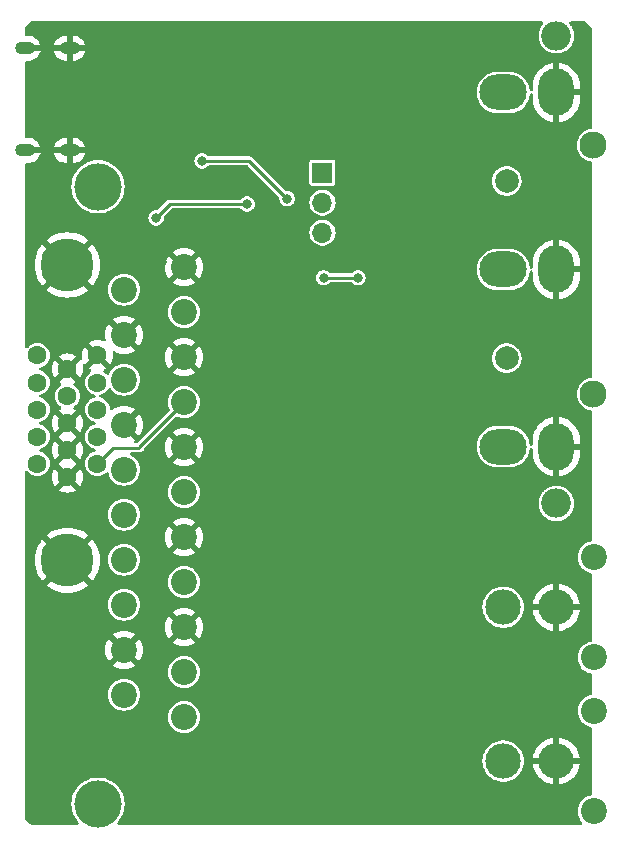
<source format=gbr>
%TF.GenerationSoftware,KiCad,Pcbnew,9.0.1*%
%TF.CreationDate,2025-09-13T03:02:15+12:00*%
%TF.ProjectId,comprgb,636f6d70-7267-4622-9e6b-696361645f70,rev?*%
%TF.SameCoordinates,Original*%
%TF.FileFunction,Copper,L2,Bot*%
%TF.FilePolarity,Positive*%
%FSLAX46Y46*%
G04 Gerber Fmt 4.6, Leading zero omitted, Abs format (unit mm)*
G04 Created by KiCad (PCBNEW 9.0.1) date 2025-09-13 03:02:15*
%MOMM*%
%LPD*%
G01*
G04 APERTURE LIST*
%TA.AperFunction,ComponentPad*%
%ADD10C,4.000000*%
%TD*%
%TA.AperFunction,ComponentPad*%
%ADD11C,2.200000*%
%TD*%
%TA.AperFunction,ComponentPad*%
%ADD12O,2.500000X2.500000*%
%TD*%
%TA.AperFunction,ComponentPad*%
%ADD13C,2.300000*%
%TD*%
%TA.AperFunction,ComponentPad*%
%ADD14C,2.000000*%
%TD*%
%TA.AperFunction,ComponentPad*%
%ADD15O,4.000000X3.000000*%
%TD*%
%TA.AperFunction,ComponentPad*%
%ADD16O,3.000000X4.000000*%
%TD*%
%TA.AperFunction,ComponentPad*%
%ADD17O,1.700000X1.100000*%
%TD*%
%TA.AperFunction,ComponentPad*%
%ADD18C,1.600000*%
%TD*%
%TA.AperFunction,ComponentPad*%
%ADD19C,4.500000*%
%TD*%
%TA.AperFunction,WasherPad*%
%ADD20C,2.200000*%
%TD*%
%TA.AperFunction,ComponentPad*%
%ADD21O,3.000000X3.000000*%
%TD*%
%TA.AperFunction,ComponentPad*%
%ADD22R,1.700000X1.700000*%
%TD*%
%TA.AperFunction,ComponentPad*%
%ADD23O,1.700000X1.700000*%
%TD*%
%TA.AperFunction,ViaPad*%
%ADD24C,0.800000*%
%TD*%
%TA.AperFunction,Conductor*%
%ADD25C,0.250000*%
%TD*%
G04 APERTURE END LIST*
D10*
%TO.P,J4,0*%
%TO.N,N/C*%
X-47800000Y20000000D03*
X-47800000Y-32270000D03*
D11*
%TO.P,J4,1*%
%TO.N,Net-(J4-Pad1)*%
X-40520000Y-24905000D03*
%TO.P,J4,2*%
%TO.N,Net-(J4-Pad2)*%
X-45600000Y-23000000D03*
%TO.P,J4,3*%
%TO.N,Net-(J4-Pad3)*%
X-40520000Y-21095000D03*
%TO.P,J4,4*%
%TO.N,GND*%
X-45600000Y-19190000D03*
%TO.P,J4,5*%
X-40520000Y-17285000D03*
%TO.P,J4,6*%
%TO.N,Net-(J4-Pad6)*%
X-45600000Y-15380000D03*
%TO.P,J4,7*%
%TO.N,/Blue*%
X-40520000Y-13475000D03*
%TO.P,J4,8*%
%TO.N,VCC*%
X-45600000Y-11570000D03*
%TO.P,J4,9*%
%TO.N,GND*%
X-40520000Y-9665000D03*
%TO.P,J4,10*%
%TO.N,Net-(J4-Pad10)*%
X-45600000Y-7760000D03*
%TO.P,J4,11*%
%TO.N,/Green*%
X-40520000Y-5855000D03*
%TO.P,J4,12*%
%TO.N,Net-(J4-Pad12)*%
X-45600000Y-3950000D03*
%TO.P,J4,13*%
%TO.N,GND*%
X-40520000Y-2045000D03*
%TO.P,J4,14*%
X-45600000Y-140000D03*
%TO.P,J4,15*%
%TO.N,/Red*%
X-40520000Y1765000D03*
%TO.P,J4,16*%
%TO.N,Net-(J4-Pad16)*%
X-45600000Y3670000D03*
%TO.P,J4,17*%
%TO.N,GND*%
X-40520000Y5575000D03*
%TO.P,J4,18*%
X-45600000Y7480000D03*
%TO.P,J4,19*%
%TO.N,Net-(J4-Pad19)*%
X-40520000Y9385000D03*
%TO.P,J4,20*%
%TO.N,Net-(J4-Pad20)*%
X-45600000Y11290000D03*
%TO.P,J4,21*%
%TO.N,GND*%
X-40520000Y13195000D03*
%TD*%
D12*
%TO.P,J5,*%
%TO.N,*%
X-9000000Y-6800000D03*
D13*
X-5855480Y2466620D03*
D14*
X-13200000Y5500000D03*
X-13200000Y20500000D03*
D13*
X-5855480Y23533380D03*
D12*
X-9000000Y32800000D03*
D15*
%TO.P,J5,1*%
%TO.N,Net-(C2-Pad2)*%
X-13500000Y13000000D03*
%TO.P,J5,2*%
%TO.N,Net-(C3-Pad2)*%
X-13500000Y28000000D03*
%TO.P,J5,3*%
%TO.N,Net-(C1-Pad2)*%
X-13500000Y-2000000D03*
D16*
%TO.P,J5,4*%
%TO.N,GND*%
X-9000000Y-2000000D03*
X-9000000Y13000000D03*
X-9000000Y28000000D03*
%TD*%
D17*
%TO.P,J3,S1*%
%TO.N,GND*%
X-54000000Y23080000D03*
X-50200000Y23080000D03*
X-54000000Y31720000D03*
X-50200000Y31720000D03*
%TD*%
D18*
%TO.P,J1,1*%
%TO.N,/Red*%
X-47860000Y-3440000D03*
%TO.P,J1,2*%
%TO.N,/Green*%
X-47860000Y-1150000D03*
%TO.P,J1,3*%
%TO.N,/Blue*%
X-47860000Y1140000D03*
%TO.P,J1,4*%
%TO.N,Net-(J1-Pad4)*%
X-47860000Y3430000D03*
%TO.P,J1,5*%
%TO.N,GND*%
X-47860000Y5720000D03*
%TO.P,J1,6*%
X-50400000Y-4580000D03*
%TO.P,J1,7*%
X-50400000Y-2290000D03*
%TO.P,J1,8*%
X-50400000Y0D03*
%TO.P,J1,9*%
%TO.N,VS*%
X-50400000Y2290000D03*
D19*
%TO.P,J1,10*%
%TO.N,GND*%
X-50400000Y13380000D03*
D18*
X-50400000Y4580000D03*
D19*
X-50400000Y-11620000D03*
D18*
%TO.P,J1,11*%
%TO.N,Net-(J1-Pad11)*%
X-52940000Y-3440000D03*
%TO.P,J1,12*%
%TO.N,Net-(J1-Pad12)*%
X-52940000Y-1150000D03*
%TO.P,J1,13*%
%TO.N,/CSYNC*%
X-52940000Y1140000D03*
%TO.P,J1,14*%
%TO.N,/VSYNC*%
X-52940000Y3430000D03*
%TO.P,J1,15*%
%TO.N,Net-(J1-Pad15)*%
X-52940000Y5720000D03*
%TD*%
D20*
%TO.P,JR1,*%
%TO.N,*%
X-5850000Y-11350000D03*
X-5850000Y-19850000D03*
D21*
%TO.P,JR1,1*%
%TO.N,Net-(J4-Pad1)*%
X-13500000Y-15600000D03*
%TO.P,JR1,2*%
%TO.N,GND*%
X-9000000Y-15600000D03*
%TD*%
D20*
%TO.P,JU1,*%
%TO.N,*%
X-5850000Y-24370000D03*
X-5850000Y-32870000D03*
D21*
%TO.P,JU1,1*%
%TO.N,Net-(J4-Pad3)*%
X-13500000Y-28620000D03*
%TO.P,JU1,2*%
%TO.N,GND*%
X-9000000Y-28620000D03*
%TD*%
D22*
%TO.P,J2,1*%
%TO.N,/VSYNC*%
X-28800000Y21200000D03*
D23*
%TO.P,J2,2*%
X-28800000Y18660000D03*
%TO.P,J2,3*%
%TO.N,VCC*%
X-28800000Y16120000D03*
%TD*%
D24*
%TO.N,VCC*%
X-25800000Y12300000D03*
X-28700000Y12300000D03*
%TO.N,GND*%
X-52500000Y-32800000D03*
X-18800000Y20200000D03*
X-18600000Y5400000D03*
X-40400000Y16700000D03*
X-22900000Y3600000D03*
X-25600000Y30200000D03*
X-30900000Y-3100000D03*
X-29900000Y6000000D03*
X-46300000Y32800000D03*
X-25700000Y-26400000D03*
X-41100000Y29200000D03*
X-22500000Y-400000D03*
X-33700000Y25200000D03*
X-32300000Y10300000D03*
X-15600000Y3400000D03*
X-19000000Y25500000D03*
X-21100000Y14600000D03*
X-33500000Y13600000D03*
X-25200000Y16900000D03*
X-30200000Y11000000D03*
X-33700000Y-300000D03*
X-21200000Y12000000D03*
X-19400000Y7200000D03*
X-25400000Y23000000D03*
X-35400000Y-23400000D03*
X-51000000Y-6800000D03*
X-36900000Y7900000D03*
X-22600000Y-7400000D03*
X-35800000Y12700000D03*
X-33100000Y-4100000D03*
X-28800000Y7900000D03*
X-43200000Y1200000D03*
X-18500000Y14100000D03*
X-52600000Y-17000000D03*
X-15500000Y11400000D03*
X-19200000Y16400000D03*
X-16400000Y-18600000D03*
X-37800000Y17600000D03*
X-43100000Y-12500000D03*
X-29700000Y31300000D03*
X-37800000Y-3800000D03*
X-35100000Y-14000000D03*
X-20900000Y10000000D03*
X-15100000Y16700000D03*
X-22000000Y22800000D03*
X-39000000Y27400000D03*
X-39300000Y-33100000D03*
X-20000000Y-15600000D03*
X-27400000Y24200000D03*
X-17800000Y3400000D03*
X-18200000Y-26000000D03*
X-37600000Y-9200000D03*
X-43600000Y-21400000D03*
X-29000000Y-3000000D03*
X-27600000Y-5100000D03*
X-20600000Y1100000D03*
X-32700000Y21400000D03*
X-38200000Y5800000D03*
X-23000000Y19400000D03*
X-38800000Y-200000D03*
X-29600000Y13800000D03*
X-26700000Y-400000D03*
X-18300000Y10700000D03*
X-42800000Y-29200000D03*
X-25500000Y-9000000D03*
X-36900000Y-26600000D03*
X-33600000Y17100000D03*
X-20300000Y17000000D03*
X-37300000Y3700000D03*
X-20800000Y4800000D03*
X-28100000Y-21600000D03*
X-16200000Y-13200000D03*
X-32450000Y2750000D03*
X-17900000Y-33100000D03*
X-45600000Y16400000D03*
X-17700000Y8700000D03*
X-43200000Y6200000D03*
X-18500000Y-4500000D03*
X-42400000Y13600000D03*
X-47400000Y-6200000D03*
X-25000000Y1700000D03*
X-21900000Y25300000D03*
X-33900000Y19700000D03*
X-32600000Y8000000D03*
X-42800000Y-7800000D03*
X-20600000Y-2800000D03*
X-19800000Y28200000D03*
X-20700000Y-9000000D03*
X-45000000Y-26000000D03*
%TO.N,/VSYNC*%
X-31800000Y19000000D03*
X-35190000Y18550000D03*
X-39000000Y22200000D03*
X-42887686Y17373750D03*
%TD*%
D25*
%TO.N,/Red*%
X-47860000Y-3440000D02*
X-46520000Y-2100000D01*
X-44300000Y-2015000D02*
X-40520000Y1765000D01*
X-46520000Y-2100000D02*
X-44300000Y-2100000D01*
X-44300000Y-2100000D02*
X-44300000Y-2015000D01*
%TO.N,VCC*%
X-25800000Y12300000D02*
X-28700000Y12300000D01*
%TO.N,/VSYNC*%
X-35190000Y18550000D02*
X-41711436Y18550000D01*
X-41711436Y18550000D02*
X-42487687Y17773749D01*
X-42487687Y17773749D02*
X-42887686Y17373750D01*
X-31800000Y19000000D02*
X-35000000Y22200000D01*
X-35000000Y22200000D02*
X-39000000Y22200000D01*
%TD*%
%TA.AperFunction,Conductor*%
%TO.N,GND*%
G36*
X-10158097Y33979998D02*
G01*
X-10111604Y33926342D01*
X-10101500Y33856068D01*
X-10130994Y33791488D01*
X-10137123Y33784905D01*
X-10144511Y33777518D01*
X-10144520Y33777508D01*
X-10158544Y33758206D01*
X-10167773Y33746936D01*
X-10188164Y33724785D01*
X-10188165Y33724784D01*
X-10234110Y33654460D01*
X-10237657Y33649315D01*
X-10283343Y33586434D01*
X-10297235Y33559169D01*
X-10304015Y33547463D01*
X-10310912Y33536905D01*
X-10324174Y33516606D01*
X-10355212Y33445848D01*
X-10358331Y33439263D01*
X-10390566Y33375997D01*
X-10390572Y33375983D01*
X-10402109Y33340476D01*
X-10406553Y33328802D01*
X-10424062Y33288887D01*
X-10424065Y33288878D01*
X-10441377Y33220515D01*
X-10443687Y33212515D01*
X-10463551Y33151375D01*
X-10463555Y33151362D01*
X-10470451Y33107825D01*
X-10472754Y33096612D01*
X-10485107Y33047828D01*
X-10490377Y32984234D01*
X-10491498Y32974932D01*
X-10500500Y32918092D01*
X-10500500Y32867283D01*
X-10500930Y32856879D01*
X-10505643Y32800001D01*
X-10500930Y32743124D01*
X-10500500Y32732719D01*
X-10500500Y32681908D01*
X-10498415Y32668744D01*
X-10491498Y32625068D01*
X-10490377Y32615769D01*
X-10485108Y32552179D01*
X-10485108Y32552176D01*
X-10485107Y32552175D01*
X-10485106Y32552168D01*
X-10472754Y32503387D01*
X-10470451Y32492174D01*
X-10463555Y32448639D01*
X-10463552Y32448627D01*
X-10443690Y32387499D01*
X-10441379Y32379495D01*
X-10424064Y32311120D01*
X-10424062Y32311115D01*
X-10406555Y32271205D01*
X-10402108Y32259525D01*
X-10390570Y32224013D01*
X-10390565Y32224001D01*
X-10358325Y32160727D01*
X-10355216Y32154163D01*
X-10334663Y32107306D01*
X-10324173Y32083392D01*
X-10304018Y32052543D01*
X-10297235Y32040831D01*
X-10291007Y32028608D01*
X-10283343Y32013567D01*
X-10237638Y31950660D01*
X-10234121Y31945559D01*
X-10188167Y31875220D01*
X-10188161Y31875211D01*
X-10167771Y31853062D01*
X-10158538Y31841788D01*
X-10144517Y31822490D01*
X-10084783Y31762756D01*
X-10081223Y31759046D01*
X-10049823Y31724937D01*
X-10019744Y31692261D01*
X-10001308Y31677912D01*
X-9989604Y31667576D01*
X-9977516Y31655488D01*
X-9977513Y31655486D01*
X-9977510Y31655483D01*
X-9906930Y31604204D01*
X-9903766Y31601905D01*
X-9900437Y31599402D01*
X-9823509Y31539526D01*
X-9808902Y31531621D01*
X-9794814Y31522746D01*
X-9786433Y31516657D01*
X-9699188Y31472204D01*
X-9696458Y31470770D01*
X-9604816Y31421175D01*
X-9604810Y31421172D01*
X-9604800Y31421168D01*
X-9595486Y31417970D01*
X-9579204Y31411068D01*
X-9575996Y31409434D01*
X-9575992Y31409432D01*
X-9501110Y31385102D01*
X-9476536Y31377117D01*
X-9474559Y31376457D01*
X-9369614Y31340429D01*
X-9366565Y31339921D01*
X-9356222Y31337391D01*
X-9356171Y31337600D01*
X-9351369Y31336447D01*
X-9329301Y31332952D01*
X-9241184Y31318997D01*
X-9240535Y31318891D01*
X-9124335Y31299500D01*
X-8875665Y31299500D01*
X-8759491Y31318887D01*
X-8758797Y31319000D01*
X-8648632Y31336447D01*
X-8648623Y31336451D01*
X-8643816Y31337603D01*
X-8643766Y31337393D01*
X-8633442Y31339920D01*
X-8630386Y31340429D01*
X-8525385Y31376477D01*
X-8523493Y31377109D01*
X-8424008Y31409432D01*
X-8420805Y31411065D01*
X-8404519Y31417970D01*
X-8395190Y31421172D01*
X-8303543Y31470770D01*
X-8300811Y31472205D01*
X-8213567Y31516657D01*
X-8205188Y31522746D01*
X-8191098Y31531622D01*
X-8176491Y31539526D01*
X-8099534Y31599426D01*
X-8096298Y31601860D01*
X-8022490Y31655483D01*
X-8010397Y31667578D01*
X-7998689Y31677916D01*
X-7980256Y31692262D01*
X-7918777Y31759048D01*
X-7915219Y31762756D01*
X-7855483Y31822490D01*
X-7841457Y31841797D01*
X-7832244Y31853048D01*
X-7811836Y31875215D01*
X-7765893Y31945538D01*
X-7762343Y31950688D01*
X-7716657Y32013567D01*
X-7702758Y32040849D01*
X-7695990Y32052534D01*
X-7675827Y32083393D01*
X-7644783Y32154169D01*
X-7641690Y32160700D01*
X-7609432Y32224008D01*
X-7597889Y32259538D01*
X-7593459Y32271177D01*
X-7575937Y32311119D01*
X-7558618Y32379514D01*
X-7556310Y32387502D01*
X-7536449Y32448625D01*
X-7536449Y32448627D01*
X-7536447Y32448632D01*
X-7529548Y32492199D01*
X-7527251Y32503379D01*
X-7514892Y32552179D01*
X-7509624Y32615777D01*
X-7508502Y32625079D01*
X-7499500Y32681908D01*
X-7499500Y32732719D01*
X-7499070Y32743124D01*
X-7494357Y32800000D01*
X-7499070Y32856879D01*
X-7499500Y32867283D01*
X-7499500Y32918094D01*
X-7508502Y32974922D01*
X-7509624Y32984231D01*
X-7509624Y32984234D01*
X-7514892Y33047821D01*
X-7527248Y33096612D01*
X-7529552Y33107830D01*
X-7536447Y33151368D01*
X-7556320Y33212529D01*
X-7558617Y33220485D01*
X-7575937Y33288881D01*
X-7593451Y33328806D01*
X-7597894Y33340479D01*
X-7609431Y33375988D01*
X-7609432Y33375992D01*
X-7641680Y33439280D01*
X-7644790Y33445848D01*
X-7675827Y33516607D01*
X-7695985Y33547460D01*
X-7702766Y33559169D01*
X-7716657Y33586433D01*
X-7762347Y33649319D01*
X-7765896Y33654467D01*
X-7811836Y33724785D01*
X-7832231Y33746940D01*
X-7841459Y33758207D01*
X-7855483Y33777510D01*
X-7855491Y33777518D01*
X-7855494Y33777522D01*
X-7862877Y33784905D01*
X-7896903Y33847217D01*
X-7891838Y33918032D01*
X-7849291Y33974868D01*
X-7782771Y33999679D01*
X-7773782Y34000000D01*
X-6552190Y34000000D01*
X-6484069Y33979998D01*
X-6463095Y33963095D01*
X-6036905Y33536905D01*
X-6002879Y33474593D01*
X-6000000Y33447810D01*
X-6000000Y25036063D01*
X-6020002Y24967942D01*
X-6073658Y24921449D01*
X-6106288Y24911614D01*
X-6183441Y24899394D01*
X-6188242Y24898241D01*
X-6188298Y24898475D01*
X-6198213Y24896054D01*
X-6200456Y24895680D01*
X-6200468Y24895677D01*
X-6298274Y24862100D01*
X-6300249Y24861440D01*
X-6393079Y24831278D01*
X-6393092Y24831273D01*
X-6395576Y24830007D01*
X-6411845Y24823110D01*
X-6419985Y24820316D01*
X-6505366Y24774111D01*
X-6508127Y24772661D01*
X-6589502Y24731196D01*
X-6589509Y24731192D01*
X-6596882Y24725835D01*
X-6610964Y24716963D01*
X-6624101Y24709854D01*
X-6624106Y24709850D01*
X-6695758Y24654082D01*
X-6699086Y24651580D01*
X-6767844Y24601624D01*
X-6767847Y24601621D01*
X-6778778Y24590691D01*
X-6790472Y24580364D01*
X-6807266Y24567292D01*
X-6807272Y24567287D01*
X-6864489Y24505133D01*
X-6868092Y24501377D01*
X-6923720Y24445748D01*
X-6936535Y24428111D01*
X-6945763Y24416843D01*
X-6964458Y24396535D01*
X-7007211Y24331097D01*
X-7010755Y24325956D01*
X-7053294Y24267404D01*
X-7053296Y24267401D01*
X-7066062Y24242348D01*
X-7072842Y24230643D01*
X-7091401Y24202236D01*
X-7091408Y24202223D01*
X-7120273Y24136420D01*
X-7123391Y24129835D01*
X-7153377Y24070982D01*
X-7153378Y24070981D01*
X-7164020Y24038228D01*
X-7168462Y24026559D01*
X-7184638Y23989677D01*
X-7184639Y23989676D01*
X-7200730Y23926135D01*
X-7203040Y23918135D01*
X-7221493Y23861338D01*
X-7221497Y23861325D01*
X-7227873Y23821072D01*
X-7230176Y23809859D01*
X-7241614Y23764691D01*
X-7241615Y23764683D01*
X-7246509Y23705638D01*
X-7247629Y23696340D01*
X-7255980Y23643603D01*
X-7255980Y23596525D01*
X-7256410Y23586121D01*
X-7260780Y23533381D01*
X-7256410Y23480641D01*
X-7255980Y23470237D01*
X-7255980Y23423158D01*
X-7247629Y23370421D01*
X-7246509Y23361123D01*
X-7241615Y23302078D01*
X-7241613Y23302069D01*
X-7230178Y23256913D01*
X-7227874Y23245696D01*
X-7221497Y23205438D01*
X-7221493Y23205423D01*
X-7203038Y23148619D01*
X-7200728Y23140619D01*
X-7184639Y23077085D01*
X-7184636Y23077076D01*
X-7168464Y23040208D01*
X-7164022Y23028538D01*
X-7153375Y22995774D01*
X-7137289Y22964204D01*
X-7123385Y22936916D01*
X-7120265Y22930327D01*
X-7091405Y22864532D01*
X-7072843Y22836121D01*
X-7066060Y22824410D01*
X-7053296Y22799359D01*
X-7010766Y22740821D01*
X-7007220Y22735677D01*
X-6964459Y22670227D01*
X-6945758Y22649913D01*
X-6936532Y22638647D01*
X-6923722Y22621015D01*
X-6868071Y22565364D01*
X-6864487Y22561628D01*
X-6807269Y22499471D01*
X-6807265Y22499467D01*
X-6790475Y22486399D01*
X-6778771Y22476063D01*
X-6767847Y22465139D01*
X-6699097Y22415190D01*
X-6695767Y22412685D01*
X-6624110Y22356913D01*
X-6624097Y22356904D01*
X-6610969Y22349800D01*
X-6596877Y22340923D01*
X-6592808Y22337967D01*
X-6589502Y22335565D01*
X-6589500Y22335564D01*
X-6508162Y22294119D01*
X-6505397Y22292667D01*
X-6493016Y22285967D01*
X-6419983Y22246444D01*
X-6411854Y22243654D01*
X-6395560Y22236746D01*
X-6393086Y22235485D01*
X-6300169Y22205296D01*
X-6298254Y22204655D01*
X-6200468Y22171084D01*
X-6200466Y22171084D01*
X-6200461Y22171082D01*
X-6198246Y22170713D01*
X-6188311Y22168282D01*
X-6188253Y22168522D01*
X-6183439Y22167367D01*
X-6183436Y22167367D01*
X-6183431Y22167365D01*
X-6106290Y22155148D01*
X-6042137Y22124736D01*
X-6004610Y22064469D01*
X-6000000Y22030699D01*
X-6000000Y3969303D01*
X-6020002Y3901182D01*
X-6073658Y3854689D01*
X-6106288Y3844854D01*
X-6183441Y3832634D01*
X-6188242Y3831481D01*
X-6188298Y3831715D01*
X-6198213Y3829294D01*
X-6200456Y3828920D01*
X-6200468Y3828917D01*
X-6298274Y3795340D01*
X-6300249Y3794680D01*
X-6393079Y3764518D01*
X-6393092Y3764513D01*
X-6395576Y3763247D01*
X-6411845Y3756350D01*
X-6419985Y3753556D01*
X-6505366Y3707351D01*
X-6508127Y3705901D01*
X-6589502Y3664436D01*
X-6589509Y3664432D01*
X-6596882Y3659075D01*
X-6610964Y3650203D01*
X-6624101Y3643094D01*
X-6624106Y3643090D01*
X-6695758Y3587322D01*
X-6699086Y3584820D01*
X-6767844Y3534864D01*
X-6767847Y3534861D01*
X-6778778Y3523931D01*
X-6790472Y3513604D01*
X-6807266Y3500532D01*
X-6807272Y3500527D01*
X-6864489Y3438373D01*
X-6868092Y3434617D01*
X-6923720Y3378988D01*
X-6936535Y3361351D01*
X-6945763Y3350083D01*
X-6964458Y3329775D01*
X-6985557Y3297482D01*
X-7006626Y3265232D01*
X-7007211Y3264337D01*
X-7010755Y3259196D01*
X-7053294Y3200644D01*
X-7053296Y3200641D01*
X-7066062Y3175588D01*
X-7072842Y3163883D01*
X-7091401Y3135476D01*
X-7091408Y3135463D01*
X-7120273Y3069660D01*
X-7123391Y3063075D01*
X-7153377Y3004222D01*
X-7153378Y3004221D01*
X-7164020Y2971468D01*
X-7168462Y2959799D01*
X-7169352Y2957769D01*
X-7182188Y2928502D01*
X-7184638Y2922917D01*
X-7184639Y2922916D01*
X-7200730Y2859375D01*
X-7203040Y2851375D01*
X-7221493Y2794578D01*
X-7221497Y2794565D01*
X-7227873Y2754312D01*
X-7230176Y2743099D01*
X-7241614Y2697931D01*
X-7241615Y2697923D01*
X-7246509Y2638878D01*
X-7247629Y2629580D01*
X-7255980Y2576843D01*
X-7255980Y2529765D01*
X-7256410Y2519361D01*
X-7260780Y2466621D01*
X-7256410Y2413881D01*
X-7255980Y2403477D01*
X-7255980Y2356398D01*
X-7247629Y2303661D01*
X-7246509Y2294363D01*
X-7241615Y2235318D01*
X-7241613Y2235309D01*
X-7230178Y2190153D01*
X-7227874Y2178936D01*
X-7221497Y2138678D01*
X-7221493Y2138663D01*
X-7203038Y2081859D01*
X-7200728Y2073859D01*
X-7184639Y2010325D01*
X-7184636Y2010316D01*
X-7168464Y1973448D01*
X-7164022Y1961778D01*
X-7153375Y1929014D01*
X-7123385Y1870156D01*
X-7120265Y1863567D01*
X-7091405Y1797772D01*
X-7072843Y1769361D01*
X-7066060Y1757650D01*
X-7053296Y1732599D01*
X-7010766Y1674061D01*
X-7007220Y1668917D01*
X-6964459Y1603467D01*
X-6945758Y1583153D01*
X-6936532Y1571887D01*
X-6923722Y1554255D01*
X-6868071Y1498604D01*
X-6864487Y1494868D01*
X-6807269Y1432711D01*
X-6807265Y1432707D01*
X-6790475Y1419639D01*
X-6778771Y1409303D01*
X-6767847Y1398379D01*
X-6699097Y1348430D01*
X-6695767Y1345925D01*
X-6624110Y1290153D01*
X-6624097Y1290144D01*
X-6610969Y1283040D01*
X-6596877Y1274163D01*
X-6592808Y1271207D01*
X-6589502Y1268805D01*
X-6589500Y1268804D01*
X-6508162Y1227359D01*
X-6505397Y1225907D01*
X-6486805Y1215846D01*
X-6419983Y1179684D01*
X-6411854Y1176894D01*
X-6395560Y1169986D01*
X-6393086Y1168725D01*
X-6300169Y1138536D01*
X-6298254Y1137895D01*
X-6200468Y1104324D01*
X-6200466Y1104324D01*
X-6200461Y1104322D01*
X-6198246Y1103953D01*
X-6188311Y1101522D01*
X-6188253Y1101762D01*
X-6183439Y1100607D01*
X-6183436Y1100607D01*
X-6183431Y1100605D01*
X-6106290Y1088388D01*
X-6042137Y1057976D01*
X-6004610Y997709D01*
X-6000000Y963939D01*
X-6000000Y-9895369D01*
X-6020002Y-9963490D01*
X-6073658Y-10009983D01*
X-6093384Y-10017073D01*
X-6185229Y-10041683D01*
X-6313662Y-10076096D01*
X-6313666Y-10076098D01*
X-6527833Y-10175966D01*
X-6721393Y-10311498D01*
X-6721404Y-10311507D01*
X-6888493Y-10478596D01*
X-6888502Y-10478607D01*
X-7024034Y-10672167D01*
X-7123902Y-10886334D01*
X-7123904Y-10886338D01*
X-7185063Y-11114588D01*
X-7205659Y-11350000D01*
X-7185063Y-11585411D01*
X-7123904Y-11813661D01*
X-7123903Y-11813663D01*
X-7046707Y-11979210D01*
X-7024035Y-12027830D01*
X-6902712Y-12201098D01*
X-6888495Y-12221401D01*
X-6721401Y-12388495D01*
X-6527830Y-12524035D01*
X-6313663Y-12623903D01*
X-6093388Y-12682924D01*
X-6032767Y-12719875D01*
X-6001745Y-12783736D01*
X-6000000Y-12804631D01*
X-6000000Y-18395369D01*
X-6020002Y-18463490D01*
X-6073658Y-18509983D01*
X-6093384Y-18517073D01*
X-6185229Y-18541683D01*
X-6313662Y-18576096D01*
X-6313666Y-18576098D01*
X-6527833Y-18675966D01*
X-6721393Y-18811498D01*
X-6721404Y-18811507D01*
X-6888493Y-18978596D01*
X-6888502Y-18978607D01*
X-7024034Y-19172167D01*
X-7123902Y-19386334D01*
X-7123904Y-19386338D01*
X-7185063Y-19614588D01*
X-7205659Y-19850000D01*
X-7185063Y-20085411D01*
X-7123904Y-20313661D01*
X-7123902Y-20313665D01*
X-7024035Y-20527830D01*
X-6954479Y-20627167D01*
X-6888495Y-20721401D01*
X-6721401Y-20888495D01*
X-6527830Y-21024035D01*
X-6313663Y-21123903D01*
X-6093388Y-21182924D01*
X-6032767Y-21219875D01*
X-6001745Y-21283736D01*
X-6000000Y-21304631D01*
X-6000000Y-22915369D01*
X-6020002Y-22983490D01*
X-6073658Y-23029983D01*
X-6093384Y-23037073D01*
X-6185229Y-23061683D01*
X-6313662Y-23096096D01*
X-6313666Y-23096098D01*
X-6527833Y-23195966D01*
X-6721393Y-23331498D01*
X-6721404Y-23331507D01*
X-6888493Y-23498596D01*
X-6888502Y-23498607D01*
X-7024034Y-23692167D01*
X-7123902Y-23906334D01*
X-7123904Y-23906338D01*
X-7185063Y-24134588D01*
X-7205659Y-24370000D01*
X-7185063Y-24605411D01*
X-7123904Y-24833661D01*
X-7123903Y-24833663D01*
X-7024035Y-25047830D01*
X-6888495Y-25241401D01*
X-6721401Y-25408495D01*
X-6527830Y-25544035D01*
X-6313663Y-25643903D01*
X-6093388Y-25702924D01*
X-6032767Y-25739875D01*
X-6001745Y-25803736D01*
X-6000000Y-25824631D01*
X-6000000Y-31415369D01*
X-6020002Y-31483490D01*
X-6073658Y-31529983D01*
X-6093384Y-31537073D01*
X-6185229Y-31561683D01*
X-6313662Y-31596096D01*
X-6313666Y-31596098D01*
X-6527833Y-31695966D01*
X-6721393Y-31831498D01*
X-6721404Y-31831507D01*
X-6888493Y-31998596D01*
X-6888502Y-31998607D01*
X-7024034Y-32192167D01*
X-7123902Y-32406334D01*
X-7123904Y-32406338D01*
X-7185063Y-32634588D01*
X-7205659Y-32870000D01*
X-7185063Y-33105411D01*
X-7123904Y-33333661D01*
X-7123902Y-33333665D01*
X-7024035Y-33547830D01*
X-6888498Y-33741397D01*
X-6888493Y-33741403D01*
X-6844991Y-33784905D01*
X-6810965Y-33847217D01*
X-6816030Y-33918032D01*
X-6858577Y-33974868D01*
X-6925097Y-33999679D01*
X-6934086Y-34000000D01*
X-46045758Y-34000000D01*
X-46113879Y-33979998D01*
X-46160372Y-33926342D01*
X-46170476Y-33856068D01*
X-46140982Y-33791488D01*
X-46140567Y-33791010D01*
X-46010727Y-33642957D01*
X-45846828Y-33397665D01*
X-45716348Y-33133077D01*
X-45621519Y-32853722D01*
X-45563966Y-32564380D01*
X-45544671Y-32270000D01*
X-45549773Y-32192167D01*
X-45554319Y-32122810D01*
X-45563966Y-31975620D01*
X-45621519Y-31686278D01*
X-45716348Y-31406923D01*
X-45846828Y-31142336D01*
X-46010727Y-30897043D01*
X-46205242Y-30675242D01*
X-46427043Y-30480727D01*
X-46427042Y-30480727D01*
X-46427045Y-30480725D01*
X-46672338Y-30316826D01*
X-46936917Y-30186351D01*
X-46936923Y-30186348D01*
X-47072787Y-30140228D01*
X-47216273Y-30091520D01*
X-47216280Y-30091518D01*
X-47505607Y-30033968D01*
X-47505625Y-30033965D01*
X-47799997Y-30014671D01*
X-47800003Y-30014671D01*
X-48094376Y-30033965D01*
X-48094394Y-30033968D01*
X-48383721Y-30091518D01*
X-48383728Y-30091520D01*
X-48663077Y-30186347D01*
X-48927662Y-30316826D01*
X-49172950Y-30480721D01*
X-49394758Y-30675242D01*
X-49589279Y-30897050D01*
X-49753174Y-31142338D01*
X-49883653Y-31406923D01*
X-49978480Y-31686272D01*
X-49978482Y-31686279D01*
X-50036032Y-31975606D01*
X-50036035Y-31975624D01*
X-50055329Y-32269996D01*
X-50055329Y-32270003D01*
X-50036035Y-32564375D01*
X-50036032Y-32564393D01*
X-49978482Y-32853720D01*
X-49978480Y-32853727D01*
X-49915813Y-33038336D01*
X-49883652Y-33133077D01*
X-49883649Y-33133083D01*
X-49753174Y-33397662D01*
X-49589275Y-33642955D01*
X-49589273Y-33642957D01*
X-49459510Y-33790923D01*
X-49429633Y-33855326D01*
X-49439319Y-33925659D01*
X-49485492Y-33979591D01*
X-49553492Y-33999998D01*
X-49554242Y-34000000D01*
X-53447810Y-34000000D01*
X-53515931Y-33979998D01*
X-53536905Y-33963095D01*
X-53963095Y-33536905D01*
X-53997121Y-33474593D01*
X-54000000Y-33447810D01*
X-54000000Y-28620000D01*
X-15255408Y-28620000D01*
X-15235802Y-28881633D01*
X-15177420Y-29137417D01*
X-15177419Y-29137419D01*
X-15081570Y-29381639D01*
X-15081567Y-29381647D01*
X-14950389Y-29608853D01*
X-14950387Y-29608856D01*
X-14950386Y-29608857D01*
X-14786805Y-29813981D01*
X-14594479Y-29992433D01*
X-14594473Y-29992437D01*
X-14377714Y-30140222D01*
X-14377707Y-30140226D01*
X-14377704Y-30140228D01*
X-14241430Y-30205854D01*
X-14141328Y-30254061D01*
X-14141315Y-30254066D01*
X-13890620Y-30331395D01*
X-13890617Y-30331395D01*
X-13890615Y-30331396D01*
X-13631182Y-30370500D01*
X-13631177Y-30370500D01*
X-13368823Y-30370500D01*
X-13368818Y-30370500D01*
X-13109385Y-30331396D01*
X-13109383Y-30331395D01*
X-13109381Y-30331395D01*
X-12858686Y-30254066D01*
X-12858684Y-30254064D01*
X-12858677Y-30254063D01*
X-12622296Y-30140228D01*
X-12405521Y-29992433D01*
X-12213195Y-29813981D01*
X-12049614Y-29608857D01*
X-11918432Y-29381643D01*
X-11822580Y-29137416D01*
X-11764198Y-28881630D01*
X-11763626Y-28874000D01*
X-10995319Y-28874000D01*
X-10993948Y-28894050D01*
X-10993948Y-28894051D01*
X-10938058Y-29163011D01*
X-10938056Y-29163019D01*
X-10846062Y-29421865D01*
X-10719686Y-29665756D01*
X-10719678Y-29665770D01*
X-10561271Y-29890182D01*
X-10373772Y-30090944D01*
X-10373764Y-30090951D01*
X-10160675Y-30264312D01*
X-9925970Y-30407038D01*
X-9674011Y-30516480D01*
X-9409491Y-30590595D01*
X-9254002Y-30611967D01*
X-9254000Y-30611966D01*
X-9254000Y-29818344D01*
X-9189598Y-29845021D01*
X-9064019Y-29870000D01*
X-8935981Y-29870000D01*
X-8810402Y-29845021D01*
X-8746000Y-29818344D01*
X-8746000Y-30611966D01*
X-8745999Y-30611967D01*
X-8590510Y-30590595D01*
X-8325990Y-30516480D01*
X-8074031Y-30407038D01*
X-7839326Y-30264312D01*
X-7626237Y-30090951D01*
X-7626229Y-30090944D01*
X-7438730Y-29890182D01*
X-7280323Y-29665770D01*
X-7280315Y-29665756D01*
X-7153939Y-29421865D01*
X-7061945Y-29163019D01*
X-7061943Y-29163011D01*
X-7006053Y-28894051D01*
X-7006053Y-28894050D01*
X-7004682Y-28874000D01*
X-8350000Y-28874000D01*
X-8350000Y-28366000D01*
X-7004682Y-28366000D01*
X-7004682Y-28365999D01*
X-7006053Y-28345949D01*
X-7006053Y-28345948D01*
X-7061943Y-28076988D01*
X-7061945Y-28076980D01*
X-7153939Y-27818134D01*
X-7280315Y-27574243D01*
X-7280323Y-27574229D01*
X-7438730Y-27349817D01*
X-7626229Y-27149055D01*
X-7626237Y-27149048D01*
X-7839326Y-26975687D01*
X-8074031Y-26832961D01*
X-8325990Y-26723519D01*
X-8590510Y-26649404D01*
X-8746000Y-26628031D01*
X-8746000Y-27421655D01*
X-8810402Y-27394979D01*
X-8935981Y-27370000D01*
X-9064019Y-27370000D01*
X-9189598Y-27394979D01*
X-9254000Y-27421655D01*
X-9254000Y-26628032D01*
X-9254001Y-26628031D01*
X-9409489Y-26649404D01*
X-9409493Y-26649404D01*
X-9674011Y-26723519D01*
X-9925970Y-26832961D01*
X-10160675Y-26975687D01*
X-10373764Y-27149048D01*
X-10373772Y-27149055D01*
X-10561271Y-27349817D01*
X-10719678Y-27574229D01*
X-10719686Y-27574243D01*
X-10846062Y-27818134D01*
X-10938056Y-28076980D01*
X-10938058Y-28076988D01*
X-10993948Y-28345948D01*
X-10993948Y-28345949D01*
X-10995319Y-28365999D01*
X-10995318Y-28366000D01*
X-9650000Y-28366000D01*
X-9650000Y-28874000D01*
X-10995319Y-28874000D01*
X-11763626Y-28874000D01*
X-11744592Y-28620000D01*
X-11764198Y-28358370D01*
X-11822580Y-28102584D01*
X-11918432Y-27858357D01*
X-11918433Y-27858356D01*
X-11918434Y-27858352D01*
X-12049612Y-27631146D01*
X-12094991Y-27574243D01*
X-12213195Y-27426019D01*
X-12405521Y-27247567D01*
X-12405528Y-27247562D01*
X-12622287Y-27099777D01*
X-12622294Y-27099773D01*
X-12858673Y-26985938D01*
X-12858686Y-26985933D01*
X-13109381Y-26908604D01*
X-13224689Y-26891224D01*
X-13368818Y-26869500D01*
X-13631182Y-26869500D01*
X-13760899Y-26889052D01*
X-13890620Y-26908604D01*
X-14141315Y-26985933D01*
X-14141328Y-26985938D01*
X-14377707Y-27099773D01*
X-14377714Y-27099777D01*
X-14594473Y-27247562D01*
X-14594478Y-27247566D01*
X-14786805Y-27426018D01*
X-14950389Y-27631146D01*
X-15081567Y-27858352D01*
X-15081570Y-27858360D01*
X-15177419Y-28102580D01*
X-15177420Y-28102582D01*
X-15235802Y-28358366D01*
X-15255408Y-28620000D01*
X-54000000Y-28620000D01*
X-54000000Y-24905000D01*
X-41875659Y-24905000D01*
X-41855063Y-25140411D01*
X-41793904Y-25368661D01*
X-41793902Y-25368665D01*
X-41694035Y-25582830D01*
X-41608447Y-25705063D01*
X-41558495Y-25776401D01*
X-41391401Y-25943495D01*
X-41197830Y-26079035D01*
X-40983663Y-26178903D01*
X-40755408Y-26240063D01*
X-40520000Y-26260659D01*
X-40284592Y-26240063D01*
X-40056337Y-26178903D01*
X-39842170Y-26079035D01*
X-39648599Y-25943495D01*
X-39481505Y-25776401D01*
X-39345965Y-25582830D01*
X-39246097Y-25368663D01*
X-39184937Y-25140408D01*
X-39164341Y-24905000D01*
X-39184937Y-24669592D01*
X-39246097Y-24441337D01*
X-39345965Y-24227171D01*
X-39345966Y-24227170D01*
X-39345967Y-24227167D01*
X-39481499Y-24033607D01*
X-39481502Y-24033603D01*
X-39481505Y-24033599D01*
X-39648599Y-23866505D01*
X-39842170Y-23730965D01*
X-40056337Y-23631097D01*
X-40056339Y-23631096D01*
X-40284589Y-23569937D01*
X-40520000Y-23549341D01*
X-40755412Y-23569937D01*
X-40983662Y-23631096D01*
X-40983666Y-23631098D01*
X-41197833Y-23730966D01*
X-41391393Y-23866498D01*
X-41391404Y-23866507D01*
X-41558493Y-24033596D01*
X-41558502Y-24033607D01*
X-41694034Y-24227167D01*
X-41793902Y-24441334D01*
X-41793904Y-24441338D01*
X-41855063Y-24669588D01*
X-41875659Y-24905000D01*
X-54000000Y-24905000D01*
X-54000000Y-23000000D01*
X-46955659Y-23000000D01*
X-46935063Y-23235411D01*
X-46873904Y-23463661D01*
X-46873902Y-23463665D01*
X-46774035Y-23677830D01*
X-46641926Y-23866502D01*
X-46638495Y-23871401D01*
X-46471401Y-24038495D01*
X-46277830Y-24174035D01*
X-46063663Y-24273903D01*
X-45835408Y-24335063D01*
X-45600000Y-24355659D01*
X-45364592Y-24335063D01*
X-45136337Y-24273903D01*
X-44922170Y-24174035D01*
X-44728599Y-24038495D01*
X-44561505Y-23871401D01*
X-44425965Y-23677830D01*
X-44326097Y-23463663D01*
X-44264937Y-23235408D01*
X-44244341Y-23000000D01*
X-44264937Y-22764592D01*
X-44326097Y-22536337D01*
X-44425965Y-22322171D01*
X-44425966Y-22322170D01*
X-44425967Y-22322167D01*
X-44561499Y-22128607D01*
X-44561502Y-22128603D01*
X-44561505Y-22128599D01*
X-44728599Y-21961505D01*
X-44922170Y-21825965D01*
X-45136337Y-21726097D01*
X-45136339Y-21726096D01*
X-45364589Y-21664937D01*
X-45600000Y-21644341D01*
X-45835412Y-21664937D01*
X-46063662Y-21726096D01*
X-46063666Y-21726098D01*
X-46277833Y-21825966D01*
X-46471393Y-21961498D01*
X-46471404Y-21961507D01*
X-46638493Y-22128596D01*
X-46638502Y-22128607D01*
X-46774034Y-22322167D01*
X-46873902Y-22536334D01*
X-46873904Y-22536338D01*
X-46935063Y-22764588D01*
X-46955659Y-23000000D01*
X-54000000Y-23000000D01*
X-54000000Y-21095000D01*
X-41875659Y-21095000D01*
X-41855063Y-21330411D01*
X-41793904Y-21558661D01*
X-41793902Y-21558665D01*
X-41694035Y-21772830D01*
X-41561926Y-21961502D01*
X-41558495Y-21966401D01*
X-41391401Y-22133495D01*
X-41197830Y-22269035D01*
X-40983663Y-22368903D01*
X-40755408Y-22430063D01*
X-40520000Y-22450659D01*
X-40284592Y-22430063D01*
X-40056337Y-22368903D01*
X-39842170Y-22269035D01*
X-39648599Y-22133495D01*
X-39481505Y-21966401D01*
X-39345965Y-21772830D01*
X-39246097Y-21558663D01*
X-39184937Y-21330408D01*
X-39164341Y-21095000D01*
X-39184937Y-20859592D01*
X-39246097Y-20631337D01*
X-39345965Y-20417171D01*
X-39345966Y-20417170D01*
X-39345967Y-20417167D01*
X-39481499Y-20223607D01*
X-39481502Y-20223603D01*
X-39481505Y-20223599D01*
X-39648599Y-20056505D01*
X-39842170Y-19920965D01*
X-40056337Y-19821097D01*
X-40056339Y-19821096D01*
X-40284589Y-19759937D01*
X-40520000Y-19739341D01*
X-40755412Y-19759937D01*
X-40983662Y-19821096D01*
X-40983666Y-19821098D01*
X-41197833Y-19920966D01*
X-41391393Y-20056498D01*
X-41391404Y-20056507D01*
X-41558493Y-20223596D01*
X-41558502Y-20223607D01*
X-41694034Y-20417167D01*
X-41793902Y-20631334D01*
X-41793904Y-20631338D01*
X-41855063Y-20859588D01*
X-41875659Y-21095000D01*
X-54000000Y-21095000D01*
X-54000000Y-19190000D01*
X-47212972Y-19190000D01*
X-47193114Y-19442323D01*
X-47134029Y-19688434D01*
X-47037170Y-19922272D01*
X-46905823Y-20136611D01*
X-46905822Y-20136611D01*
X-46202699Y-19433488D01*
X-46176022Y-19497890D01*
X-46104888Y-19604351D01*
X-46014351Y-19694888D01*
X-45907890Y-19766022D01*
X-45843490Y-19792698D01*
X-46546613Y-20495820D01*
X-46546613Y-20495822D01*
X-46332273Y-20627169D01*
X-46098435Y-20724028D01*
X-45852324Y-20783113D01*
X-45600000Y-20802971D01*
X-45347677Y-20783113D01*
X-45101566Y-20724028D01*
X-44867723Y-20627167D01*
X-44653389Y-20495822D01*
X-44653389Y-20495820D01*
X-45356511Y-19792698D01*
X-45292110Y-19766022D01*
X-45185649Y-19694888D01*
X-45095112Y-19604351D01*
X-45023978Y-19497890D01*
X-44997302Y-19433489D01*
X-44294180Y-20136611D01*
X-44294178Y-20136611D01*
X-44162833Y-19922277D01*
X-44065972Y-19688434D01*
X-44006887Y-19442323D01*
X-43987029Y-19190000D01*
X-44006887Y-18937676D01*
X-44065972Y-18691565D01*
X-44162831Y-18457727D01*
X-44294178Y-18243387D01*
X-44294180Y-18243387D01*
X-44997303Y-18946509D01*
X-45023978Y-18882110D01*
X-45095112Y-18775649D01*
X-45185649Y-18685112D01*
X-45292110Y-18613978D01*
X-45356512Y-18587301D01*
X-44653389Y-17884178D01*
X-44653389Y-17884177D01*
X-44867728Y-17752830D01*
X-45101566Y-17655971D01*
X-45347677Y-17596886D01*
X-45600000Y-17577028D01*
X-45852324Y-17596886D01*
X-46098435Y-17655971D01*
X-46332273Y-17752830D01*
X-46546613Y-17884176D01*
X-46546613Y-17884178D01*
X-45843490Y-18587301D01*
X-45907890Y-18613978D01*
X-46014351Y-18685112D01*
X-46104888Y-18775649D01*
X-46176022Y-18882110D01*
X-46202699Y-18946510D01*
X-46905822Y-18243387D01*
X-46905824Y-18243387D01*
X-47037170Y-18457727D01*
X-47134029Y-18691565D01*
X-47193114Y-18937676D01*
X-47212972Y-19190000D01*
X-54000000Y-19190000D01*
X-54000000Y-17285000D01*
X-42132972Y-17285000D01*
X-42113114Y-17537323D01*
X-42054029Y-17783434D01*
X-41957170Y-18017272D01*
X-41825823Y-18231611D01*
X-41825822Y-18231611D01*
X-41122699Y-17528488D01*
X-41096022Y-17592890D01*
X-41024888Y-17699351D01*
X-40934351Y-17789888D01*
X-40827890Y-17861022D01*
X-40763490Y-17887698D01*
X-41466613Y-18590820D01*
X-41466613Y-18590822D01*
X-41252273Y-18722169D01*
X-41018435Y-18819028D01*
X-40772324Y-18878113D01*
X-40520000Y-18897971D01*
X-40267677Y-18878113D01*
X-40021566Y-18819028D01*
X-39787723Y-18722167D01*
X-39573389Y-18590822D01*
X-39573389Y-18590820D01*
X-40276511Y-17887698D01*
X-40212110Y-17861022D01*
X-40105649Y-17789888D01*
X-40015112Y-17699351D01*
X-39943978Y-17592890D01*
X-39917302Y-17528489D01*
X-39214180Y-18231611D01*
X-39214178Y-18231611D01*
X-39082833Y-18017277D01*
X-38985972Y-17783434D01*
X-38926887Y-17537323D01*
X-38907029Y-17285000D01*
X-38926887Y-17032676D01*
X-38985972Y-16786565D01*
X-39082831Y-16552727D01*
X-39214178Y-16338387D01*
X-39214180Y-16338387D01*
X-39917303Y-17041509D01*
X-39943978Y-16977110D01*
X-40015112Y-16870649D01*
X-40105649Y-16780112D01*
X-40212110Y-16708978D01*
X-40276512Y-16682301D01*
X-39573389Y-15979178D01*
X-39573389Y-15979177D01*
X-39787728Y-15847830D01*
X-40021566Y-15750971D01*
X-40267677Y-15691886D01*
X-40520000Y-15672028D01*
X-40772324Y-15691886D01*
X-41018435Y-15750971D01*
X-41252273Y-15847830D01*
X-41466613Y-15979176D01*
X-41466613Y-15979178D01*
X-40763490Y-16682301D01*
X-40827890Y-16708978D01*
X-40934351Y-16780112D01*
X-41024888Y-16870649D01*
X-41096022Y-16977110D01*
X-41122699Y-17041510D01*
X-41825822Y-16338387D01*
X-41825824Y-16338387D01*
X-41957170Y-16552727D01*
X-42054029Y-16786565D01*
X-42113114Y-17032676D01*
X-42132972Y-17285000D01*
X-54000000Y-17285000D01*
X-54000000Y-15380000D01*
X-46955659Y-15380000D01*
X-46935063Y-15615411D01*
X-46873904Y-15843661D01*
X-46873903Y-15843663D01*
X-46774035Y-16057830D01*
X-46638495Y-16251401D01*
X-46471401Y-16418495D01*
X-46277830Y-16554035D01*
X-46063663Y-16653903D01*
X-45835408Y-16715063D01*
X-45600000Y-16735659D01*
X-45364592Y-16715063D01*
X-45136337Y-16653903D01*
X-44922170Y-16554035D01*
X-44728599Y-16418495D01*
X-44561505Y-16251401D01*
X-44425965Y-16057830D01*
X-44326097Y-15843663D01*
X-44264937Y-15615408D01*
X-44263589Y-15600000D01*
X-15255408Y-15600000D01*
X-15235802Y-15861633D01*
X-15177420Y-16117417D01*
X-15177419Y-16117419D01*
X-15081570Y-16361639D01*
X-15081567Y-16361647D01*
X-14950389Y-16588853D01*
X-14950387Y-16588856D01*
X-14950386Y-16588857D01*
X-14786805Y-16793981D01*
X-14594479Y-16972433D01*
X-14594473Y-16972437D01*
X-14377714Y-17120222D01*
X-14377707Y-17120226D01*
X-14377704Y-17120228D01*
X-14241430Y-17185854D01*
X-14141328Y-17234061D01*
X-14141315Y-17234066D01*
X-13890620Y-17311395D01*
X-13890617Y-17311395D01*
X-13890615Y-17311396D01*
X-13631182Y-17350500D01*
X-13631177Y-17350500D01*
X-13368823Y-17350500D01*
X-13368818Y-17350500D01*
X-13109385Y-17311396D01*
X-13109383Y-17311395D01*
X-13109381Y-17311395D01*
X-12858686Y-17234066D01*
X-12858684Y-17234064D01*
X-12858677Y-17234063D01*
X-12622296Y-17120228D01*
X-12405521Y-16972433D01*
X-12213195Y-16793981D01*
X-12049614Y-16588857D01*
X-11951257Y-16418497D01*
X-11918434Y-16361647D01*
X-11918432Y-16361643D01*
X-11822580Y-16117416D01*
X-11764198Y-15861630D01*
X-11763626Y-15854000D01*
X-10995319Y-15854000D01*
X-10993948Y-15874050D01*
X-10993948Y-15874051D01*
X-10938058Y-16143011D01*
X-10938056Y-16143019D01*
X-10846062Y-16401865D01*
X-10719686Y-16645756D01*
X-10719678Y-16645770D01*
X-10561271Y-16870182D01*
X-10373772Y-17070944D01*
X-10373764Y-17070951D01*
X-10160675Y-17244312D01*
X-9925970Y-17387038D01*
X-9674011Y-17496480D01*
X-9409491Y-17570595D01*
X-9254002Y-17591967D01*
X-9254000Y-17591966D01*
X-9254000Y-16798344D01*
X-9189598Y-16825021D01*
X-9064019Y-16850000D01*
X-8935981Y-16850000D01*
X-8810402Y-16825021D01*
X-8746000Y-16798344D01*
X-8746000Y-17591966D01*
X-8745999Y-17591967D01*
X-8590510Y-17570595D01*
X-8325990Y-17496480D01*
X-8074031Y-17387038D01*
X-7839326Y-17244312D01*
X-7626237Y-17070951D01*
X-7626229Y-17070944D01*
X-7438730Y-16870182D01*
X-7280323Y-16645770D01*
X-7280315Y-16645756D01*
X-7153939Y-16401865D01*
X-7061945Y-16143019D01*
X-7061943Y-16143011D01*
X-7006053Y-15874051D01*
X-7006053Y-15874050D01*
X-7004682Y-15854000D01*
X-8350000Y-15854000D01*
X-8350000Y-15346000D01*
X-7004682Y-15346000D01*
X-7004682Y-15345999D01*
X-7006053Y-15325949D01*
X-7006053Y-15325948D01*
X-7061943Y-15056988D01*
X-7061945Y-15056980D01*
X-7153939Y-14798134D01*
X-7280315Y-14554243D01*
X-7280323Y-14554229D01*
X-7438730Y-14329817D01*
X-7626229Y-14129055D01*
X-7626237Y-14129048D01*
X-7839326Y-13955687D01*
X-8074031Y-13812961D01*
X-8325990Y-13703519D01*
X-8590510Y-13629404D01*
X-8746000Y-13608031D01*
X-8746000Y-14401655D01*
X-8810402Y-14374979D01*
X-8935981Y-14350000D01*
X-9064019Y-14350000D01*
X-9189598Y-14374979D01*
X-9254000Y-14401655D01*
X-9254000Y-13608032D01*
X-9254001Y-13608031D01*
X-9409489Y-13629404D01*
X-9409493Y-13629404D01*
X-9674011Y-13703519D01*
X-9925970Y-13812961D01*
X-10160675Y-13955687D01*
X-10373764Y-14129048D01*
X-10373772Y-14129055D01*
X-10561271Y-14329817D01*
X-10719678Y-14554229D01*
X-10719686Y-14554243D01*
X-10846062Y-14798134D01*
X-10938056Y-15056980D01*
X-10938058Y-15056988D01*
X-10993948Y-15325948D01*
X-10993948Y-15325949D01*
X-10995319Y-15345999D01*
X-10995318Y-15346000D01*
X-9650000Y-15346000D01*
X-9650000Y-15854000D01*
X-10995319Y-15854000D01*
X-11763626Y-15854000D01*
X-11744592Y-15600000D01*
X-11764198Y-15338370D01*
X-11822580Y-15082584D01*
X-11918432Y-14838357D01*
X-11918433Y-14838356D01*
X-11918434Y-14838352D01*
X-12049612Y-14611146D01*
X-12094991Y-14554243D01*
X-12213195Y-14406019D01*
X-12405521Y-14227567D01*
X-12405528Y-14227562D01*
X-12622287Y-14079777D01*
X-12622294Y-14079773D01*
X-12858673Y-13965938D01*
X-12858686Y-13965933D01*
X-13109381Y-13888604D01*
X-13224689Y-13871224D01*
X-13368818Y-13849500D01*
X-13631182Y-13849500D01*
X-13760899Y-13869052D01*
X-13890620Y-13888604D01*
X-14141315Y-13965933D01*
X-14141328Y-13965938D01*
X-14377707Y-14079773D01*
X-14377714Y-14079777D01*
X-14594473Y-14227562D01*
X-14594478Y-14227566D01*
X-14786805Y-14406018D01*
X-14950389Y-14611146D01*
X-15081567Y-14838352D01*
X-15081570Y-14838360D01*
X-15177419Y-15082580D01*
X-15177420Y-15082582D01*
X-15235802Y-15338366D01*
X-15255408Y-15600000D01*
X-44263589Y-15600000D01*
X-44244341Y-15380000D01*
X-44264937Y-15144592D01*
X-44326097Y-14916337D01*
X-44425965Y-14702171D01*
X-44425966Y-14702170D01*
X-44425967Y-14702167D01*
X-44561499Y-14508607D01*
X-44561502Y-14508603D01*
X-44561505Y-14508599D01*
X-44728599Y-14341505D01*
X-44922170Y-14205965D01*
X-45136337Y-14106097D01*
X-45136339Y-14106096D01*
X-45364589Y-14044937D01*
X-45600000Y-14024341D01*
X-45835412Y-14044937D01*
X-46063662Y-14106096D01*
X-46063666Y-14106098D01*
X-46277833Y-14205966D01*
X-46471393Y-14341498D01*
X-46471404Y-14341507D01*
X-46638493Y-14508596D01*
X-46638502Y-14508607D01*
X-46774034Y-14702167D01*
X-46873902Y-14916334D01*
X-46873904Y-14916338D01*
X-46935063Y-15144588D01*
X-46955659Y-15380000D01*
X-54000000Y-15380000D01*
X-54000000Y-11620001D01*
X-53163041Y-11620001D01*
X-53142896Y-11953045D01*
X-53142895Y-11953048D01*
X-53082753Y-12281236D01*
X-52983486Y-12599795D01*
X-52846557Y-12904038D01*
X-52846554Y-12904044D01*
X-52673942Y-13189579D01*
X-52522322Y-13383111D01*
X-51696633Y-12557421D01*
X-51620412Y-12662330D01*
X-51442330Y-12840412D01*
X-51337424Y-12916631D01*
X-52163113Y-13742320D01*
X-51969580Y-13893941D01*
X-51684045Y-14066553D01*
X-51684039Y-14066556D01*
X-51379796Y-14203485D01*
X-51061237Y-14302752D01*
X-50733049Y-14362894D01*
X-50733046Y-14362895D01*
X-50400001Y-14383041D01*
X-50399999Y-14383041D01*
X-50066955Y-14362895D01*
X-50066952Y-14362894D01*
X-49738764Y-14302752D01*
X-49420205Y-14203485D01*
X-49115962Y-14066556D01*
X-49115956Y-14066553D01*
X-48830415Y-13893938D01*
X-48636890Y-13742321D01*
X-48636889Y-13742320D01*
X-48904209Y-13475000D01*
X-41875659Y-13475000D01*
X-41855063Y-13710411D01*
X-41793904Y-13938661D01*
X-41793903Y-13938663D01*
X-41781187Y-13965933D01*
X-41694035Y-14152830D01*
X-41561926Y-14341502D01*
X-41558495Y-14346401D01*
X-41391401Y-14513495D01*
X-41197830Y-14649035D01*
X-40983663Y-14748903D01*
X-40755408Y-14810063D01*
X-40520000Y-14830659D01*
X-40284592Y-14810063D01*
X-40056337Y-14748903D01*
X-39842170Y-14649035D01*
X-39648599Y-14513495D01*
X-39481505Y-14346401D01*
X-39345965Y-14152830D01*
X-39246097Y-13938663D01*
X-39184937Y-13710408D01*
X-39164341Y-13475000D01*
X-39184937Y-13239592D01*
X-39246097Y-13011337D01*
X-39345965Y-12797171D01*
X-39345966Y-12797170D01*
X-39345967Y-12797167D01*
X-39481499Y-12603607D01*
X-39481502Y-12603603D01*
X-39481505Y-12603599D01*
X-39648599Y-12436505D01*
X-39717169Y-12388492D01*
X-39842170Y-12300965D01*
X-39956118Y-12247830D01*
X-40056337Y-12201097D01*
X-40056339Y-12201096D01*
X-40284589Y-12139937D01*
X-40520000Y-12119341D01*
X-40755412Y-12139937D01*
X-40983662Y-12201096D01*
X-40983666Y-12201098D01*
X-41197833Y-12300966D01*
X-41391393Y-12436498D01*
X-41391404Y-12436507D01*
X-41558493Y-12603596D01*
X-41558502Y-12603607D01*
X-41694034Y-12797167D01*
X-41793902Y-13011334D01*
X-41793904Y-13011338D01*
X-41855063Y-13239588D01*
X-41875659Y-13475000D01*
X-48904209Y-13475000D01*
X-49462578Y-12916631D01*
X-49357670Y-12840412D01*
X-49179588Y-12662330D01*
X-49103369Y-12557422D01*
X-48277680Y-13383111D01*
X-48277679Y-13383110D01*
X-48126062Y-13189585D01*
X-47953447Y-12904044D01*
X-47953444Y-12904038D01*
X-47816515Y-12599795D01*
X-47717248Y-12281236D01*
X-47657106Y-11953048D01*
X-47657105Y-11953045D01*
X-47636959Y-11620001D01*
X-47636959Y-11619998D01*
X-47639983Y-11570000D01*
X-46955659Y-11570000D01*
X-46935063Y-11805411D01*
X-46873904Y-12033661D01*
X-46873902Y-12033665D01*
X-46774035Y-12247830D01*
X-46641926Y-12436502D01*
X-46638495Y-12441401D01*
X-46471401Y-12608495D01*
X-46277830Y-12744035D01*
X-46063663Y-12843903D01*
X-45883641Y-12892139D01*
X-45839234Y-12904038D01*
X-45835408Y-12905063D01*
X-45600000Y-12925659D01*
X-45364592Y-12905063D01*
X-45136337Y-12843903D01*
X-44922170Y-12744035D01*
X-44728599Y-12608495D01*
X-44561505Y-12441401D01*
X-44425965Y-12247830D01*
X-44326097Y-12033663D01*
X-44264937Y-11805408D01*
X-44244341Y-11570000D01*
X-44264937Y-11334592D01*
X-44326097Y-11106337D01*
X-44425965Y-10892171D01*
X-44425966Y-10892170D01*
X-44425967Y-10892167D01*
X-44561499Y-10698607D01*
X-44561502Y-10698603D01*
X-44561505Y-10698599D01*
X-44728599Y-10531505D01*
X-44804157Y-10478599D01*
X-44922170Y-10395965D01*
X-45050849Y-10335961D01*
X-45136337Y-10296097D01*
X-45136339Y-10296096D01*
X-45364589Y-10234937D01*
X-45600000Y-10214341D01*
X-45835412Y-10234937D01*
X-46063662Y-10296096D01*
X-46063666Y-10296098D01*
X-46277833Y-10395966D01*
X-46471393Y-10531498D01*
X-46471404Y-10531507D01*
X-46638493Y-10698596D01*
X-46638502Y-10698607D01*
X-46774034Y-10892167D01*
X-46873902Y-11106334D01*
X-46873904Y-11106338D01*
X-46935063Y-11334588D01*
X-46955659Y-11570000D01*
X-47639983Y-11570000D01*
X-47657105Y-11286954D01*
X-47657106Y-11286951D01*
X-47717248Y-10958763D01*
X-47816515Y-10640204D01*
X-47953444Y-10335961D01*
X-47953447Y-10335955D01*
X-48126059Y-10050420D01*
X-48277680Y-9856887D01*
X-49103369Y-10682576D01*
X-49179588Y-10577670D01*
X-49357670Y-10399588D01*
X-49462578Y-10323367D01*
X-48804211Y-9665000D01*
X-42132972Y-9665000D01*
X-42113114Y-9917323D01*
X-42054029Y-10163434D01*
X-41957170Y-10397272D01*
X-41825823Y-10611611D01*
X-41825822Y-10611611D01*
X-41122699Y-9908488D01*
X-41096022Y-9972890D01*
X-41024888Y-10079351D01*
X-40934351Y-10169888D01*
X-40827890Y-10241022D01*
X-40763490Y-10267698D01*
X-41466613Y-10970820D01*
X-41466613Y-10970822D01*
X-41252273Y-11102169D01*
X-41018435Y-11199028D01*
X-40772324Y-11258113D01*
X-40520000Y-11277971D01*
X-40267677Y-11258113D01*
X-40021566Y-11199028D01*
X-39787723Y-11102167D01*
X-39573389Y-10970822D01*
X-39573389Y-10970820D01*
X-40276511Y-10267698D01*
X-40212110Y-10241022D01*
X-40105649Y-10169888D01*
X-40015112Y-10079351D01*
X-39943978Y-9972890D01*
X-39917302Y-9908489D01*
X-39214180Y-10611611D01*
X-39214178Y-10611611D01*
X-39082833Y-10397277D01*
X-38985972Y-10163434D01*
X-38926887Y-9917323D01*
X-38907029Y-9665000D01*
X-38926887Y-9412676D01*
X-38985972Y-9166565D01*
X-39082831Y-8932727D01*
X-39214178Y-8718387D01*
X-39214180Y-8718387D01*
X-39917303Y-9421509D01*
X-39943978Y-9357110D01*
X-40015112Y-9250649D01*
X-40105649Y-9160112D01*
X-40212110Y-9088978D01*
X-40276512Y-9062301D01*
X-39573389Y-8359178D01*
X-39573389Y-8359177D01*
X-39787728Y-8227830D01*
X-40021566Y-8130971D01*
X-40267677Y-8071886D01*
X-40520000Y-8052028D01*
X-40772324Y-8071886D01*
X-41018435Y-8130971D01*
X-41252273Y-8227830D01*
X-41466613Y-8359176D01*
X-41466613Y-8359178D01*
X-40763490Y-9062301D01*
X-40827890Y-9088978D01*
X-40934351Y-9160112D01*
X-41024888Y-9250649D01*
X-41096022Y-9357110D01*
X-41122699Y-9421510D01*
X-41825822Y-8718387D01*
X-41825824Y-8718387D01*
X-41957170Y-8932727D01*
X-42054029Y-9166565D01*
X-42113114Y-9412676D01*
X-42132972Y-9665000D01*
X-48804211Y-9665000D01*
X-48636889Y-9497678D01*
X-48830421Y-9346058D01*
X-49115956Y-9173446D01*
X-49115962Y-9173443D01*
X-49420205Y-9036514D01*
X-49738764Y-8937247D01*
X-50066952Y-8877105D01*
X-50066955Y-8877104D01*
X-50399999Y-8856959D01*
X-50400001Y-8856959D01*
X-50733046Y-8877104D01*
X-50733049Y-8877105D01*
X-51061237Y-8937247D01*
X-51379796Y-9036514D01*
X-51684039Y-9173443D01*
X-51684045Y-9173446D01*
X-51969586Y-9346061D01*
X-52163113Y-9497678D01*
X-51337423Y-10323368D01*
X-51442330Y-10399588D01*
X-51620412Y-10577670D01*
X-51696632Y-10682577D01*
X-52522322Y-9856887D01*
X-52673939Y-10050414D01*
X-52846554Y-10335955D01*
X-52846557Y-10335961D01*
X-52983486Y-10640204D01*
X-53082753Y-10958763D01*
X-53142895Y-11286951D01*
X-53142896Y-11286954D01*
X-53163041Y-11619998D01*
X-53163041Y-11620001D01*
X-54000000Y-11620001D01*
X-54000000Y-7760000D01*
X-46955659Y-7760000D01*
X-46935063Y-7995411D01*
X-46873904Y-8223661D01*
X-46873903Y-8223663D01*
X-46774035Y-8437830D01*
X-46638495Y-8631401D01*
X-46471401Y-8798495D01*
X-46277830Y-8934035D01*
X-46063663Y-9033903D01*
X-45835408Y-9095063D01*
X-45600000Y-9115659D01*
X-45364592Y-9095063D01*
X-45136337Y-9033903D01*
X-44922170Y-8934035D01*
X-44728599Y-8798495D01*
X-44561505Y-8631401D01*
X-44425965Y-8437830D01*
X-44326097Y-8223663D01*
X-44264937Y-7995408D01*
X-44244341Y-7760000D01*
X-44264937Y-7524592D01*
X-44267077Y-7516607D01*
X-44304755Y-7375987D01*
X-44326097Y-7296337D01*
X-44425965Y-7082171D01*
X-44425966Y-7082170D01*
X-44425967Y-7082167D01*
X-44561499Y-6888607D01*
X-44561502Y-6888603D01*
X-44561505Y-6888599D01*
X-44728599Y-6721505D01*
X-44879606Y-6615769D01*
X-44922170Y-6585965D01*
X-45099248Y-6503392D01*
X-45136337Y-6486097D01*
X-45136339Y-6486096D01*
X-45364589Y-6424937D01*
X-45600000Y-6404341D01*
X-45835412Y-6424937D01*
X-46063662Y-6486096D01*
X-46063666Y-6486098D01*
X-46277833Y-6585966D01*
X-46471393Y-6721498D01*
X-46471404Y-6721507D01*
X-46638493Y-6888596D01*
X-46638502Y-6888607D01*
X-46774034Y-7082167D01*
X-46873902Y-7296334D01*
X-46873904Y-7296338D01*
X-46935063Y-7524588D01*
X-46955659Y-7760000D01*
X-54000000Y-7760000D01*
X-54000000Y-4580000D01*
X-51712996Y-4580000D01*
X-51693049Y-4808002D01*
X-51633814Y-5029068D01*
X-51633812Y-5029073D01*
X-51537087Y-5236501D01*
X-51487101Y-5307888D01*
X-50884159Y-4704946D01*
X-50865925Y-4772993D01*
X-50800099Y-4887007D01*
X-50707007Y-4980099D01*
X-50592993Y-5045925D01*
X-50524949Y-5064157D01*
X-51127890Y-5667098D01*
X-51127890Y-5667100D01*
X-51056502Y-5717086D01*
X-50849074Y-5813811D01*
X-50849069Y-5813813D01*
X-50628001Y-5873048D01*
X-50628005Y-5873048D01*
X-50400000Y-5892995D01*
X-50171998Y-5873048D01*
X-50104643Y-5855000D01*
X-41875659Y-5855000D01*
X-41855063Y-6090411D01*
X-41793904Y-6318661D01*
X-41793902Y-6318665D01*
X-41694035Y-6532830D01*
X-41561926Y-6721502D01*
X-41558495Y-6726401D01*
X-41391401Y-6893495D01*
X-41197830Y-7029035D01*
X-40983663Y-7128903D01*
X-40755408Y-7190063D01*
X-40520000Y-7210659D01*
X-40284592Y-7190063D01*
X-40056337Y-7128903D01*
X-39842170Y-7029035D01*
X-39648599Y-6893495D01*
X-39555103Y-6799999D01*
X-10505643Y-6799999D01*
X-10500930Y-6856876D01*
X-10500500Y-6867281D01*
X-10500500Y-6918092D01*
X-10498415Y-6931256D01*
X-10491498Y-6974932D01*
X-10490377Y-6984231D01*
X-10485108Y-7047821D01*
X-10485108Y-7047824D01*
X-10485107Y-7047825D01*
X-10485106Y-7047832D01*
X-10472754Y-7096613D01*
X-10470451Y-7107826D01*
X-10463555Y-7151361D01*
X-10463552Y-7151373D01*
X-10443690Y-7212501D01*
X-10441379Y-7220505D01*
X-10424064Y-7288880D01*
X-10424062Y-7288885D01*
X-10406555Y-7328795D01*
X-10402108Y-7340475D01*
X-10390570Y-7375987D01*
X-10390565Y-7375999D01*
X-10358325Y-7439273D01*
X-10355216Y-7445837D01*
X-10334663Y-7492694D01*
X-10324173Y-7516608D01*
X-10304018Y-7547457D01*
X-10297235Y-7559169D01*
X-10283346Y-7586428D01*
X-10283343Y-7586433D01*
X-10237638Y-7649340D01*
X-10234121Y-7654441D01*
X-10188167Y-7724780D01*
X-10188161Y-7724789D01*
X-10167771Y-7746938D01*
X-10158538Y-7758212D01*
X-10144517Y-7777510D01*
X-10084783Y-7837244D01*
X-10081223Y-7840954D01*
X-10049823Y-7875063D01*
X-10019744Y-7907739D01*
X-10001308Y-7922088D01*
X-9989604Y-7932424D01*
X-9977516Y-7944512D01*
X-9977513Y-7944514D01*
X-9977510Y-7944517D01*
X-9907464Y-7995408D01*
X-9903766Y-7998095D01*
X-9900437Y-8000598D01*
X-9823509Y-8060474D01*
X-9808902Y-8068379D01*
X-9794814Y-8077254D01*
X-9786433Y-8083343D01*
X-9699188Y-8127796D01*
X-9696458Y-8129230D01*
X-9604816Y-8178825D01*
X-9604810Y-8178828D01*
X-9604800Y-8178832D01*
X-9595486Y-8182030D01*
X-9579204Y-8188932D01*
X-9575996Y-8190566D01*
X-9575992Y-8190568D01*
X-9501110Y-8214898D01*
X-9476536Y-8222883D01*
X-9474559Y-8223543D01*
X-9462071Y-8227830D01*
X-9369614Y-8259571D01*
X-9366565Y-8260079D01*
X-9356222Y-8262609D01*
X-9356171Y-8262400D01*
X-9351369Y-8263553D01*
X-9329301Y-8267048D01*
X-9241184Y-8281003D01*
X-9240535Y-8281109D01*
X-9124335Y-8300500D01*
X-8875665Y-8300500D01*
X-8759491Y-8281113D01*
X-8758797Y-8281000D01*
X-8648632Y-8263553D01*
X-8648623Y-8263549D01*
X-8643816Y-8262397D01*
X-8643766Y-8262607D01*
X-8633442Y-8260080D01*
X-8630386Y-8259571D01*
X-8525385Y-8223523D01*
X-8523493Y-8222891D01*
X-8424008Y-8190568D01*
X-8420805Y-8188935D01*
X-8404519Y-8182030D01*
X-8395190Y-8178828D01*
X-8303543Y-8129230D01*
X-8300811Y-8127795D01*
X-8213567Y-8083343D01*
X-8205188Y-8077254D01*
X-8191098Y-8068378D01*
X-8176491Y-8060474D01*
X-8099534Y-8000574D01*
X-8096298Y-7998140D01*
X-8022490Y-7944517D01*
X-8010397Y-7932422D01*
X-7998689Y-7922084D01*
X-7980256Y-7907738D01*
X-7918777Y-7840952D01*
X-7915219Y-7837244D01*
X-7855483Y-7777510D01*
X-7841457Y-7758203D01*
X-7832244Y-7746952D01*
X-7811836Y-7724785D01*
X-7765893Y-7654462D01*
X-7762343Y-7649312D01*
X-7716657Y-7586433D01*
X-7702758Y-7559151D01*
X-7695990Y-7547466D01*
X-7675827Y-7516607D01*
X-7644783Y-7445831D01*
X-7641690Y-7439300D01*
X-7609432Y-7375992D01*
X-7597889Y-7340462D01*
X-7593459Y-7328823D01*
X-7575937Y-7288881D01*
X-7558618Y-7220486D01*
X-7556310Y-7212498D01*
X-7536449Y-7151375D01*
X-7536449Y-7151373D01*
X-7536447Y-7151368D01*
X-7529548Y-7107801D01*
X-7527251Y-7096621D01*
X-7514892Y-7047821D01*
X-7509624Y-6984223D01*
X-7508502Y-6974921D01*
X-7499500Y-6918092D01*
X-7499500Y-6867281D01*
X-7499070Y-6856876D01*
X-7494357Y-6800000D01*
X-7499070Y-6743121D01*
X-7499500Y-6732717D01*
X-7499500Y-6681906D01*
X-7508502Y-6625078D01*
X-7509624Y-6615769D01*
X-7509624Y-6615766D01*
X-7514892Y-6552179D01*
X-7527248Y-6503388D01*
X-7529552Y-6492170D01*
X-7536447Y-6448632D01*
X-7556320Y-6387471D01*
X-7558617Y-6379515D01*
X-7575937Y-6311119D01*
X-7593451Y-6271194D01*
X-7597894Y-6259521D01*
X-7609431Y-6224012D01*
X-7609432Y-6224008D01*
X-7641680Y-6160720D01*
X-7644790Y-6154152D01*
X-7675827Y-6083393D01*
X-7695985Y-6052540D01*
X-7702766Y-6040831D01*
X-7716657Y-6013567D01*
X-7762347Y-5950681D01*
X-7765896Y-5945533D01*
X-7800220Y-5892995D01*
X-7811836Y-5875215D01*
X-7832231Y-5853060D01*
X-7841459Y-5841793D01*
X-7855483Y-5822490D01*
X-7915220Y-5762753D01*
X-7918803Y-5759018D01*
X-7980252Y-5692266D01*
X-7980254Y-5692265D01*
X-7980256Y-5692262D01*
X-7998699Y-5677907D01*
X-8010396Y-5667577D01*
X-8022490Y-5655483D01*
X-8096236Y-5601903D01*
X-8099565Y-5599399D01*
X-8176493Y-5539524D01*
X-8191102Y-5531618D01*
X-8205190Y-5522743D01*
X-8213563Y-5516660D01*
X-8213567Y-5516657D01*
X-8218751Y-5514015D01*
X-8300796Y-5472210D01*
X-8303561Y-5470758D01*
X-8395186Y-5421174D01*
X-8395187Y-5421173D01*
X-8395190Y-5421172D01*
X-8404521Y-5417968D01*
X-8420793Y-5411070D01*
X-8424010Y-5409431D01*
X-8523504Y-5377103D01*
X-8525478Y-5376443D01*
X-8630386Y-5340429D01*
X-8633453Y-5339917D01*
X-8643773Y-5337395D01*
X-8643822Y-5337601D01*
X-8648625Y-5336448D01*
X-8758602Y-5319029D01*
X-8759628Y-5318862D01*
X-8828504Y-5307369D01*
X-8875665Y-5299500D01*
X-9124335Y-5299500D01*
X-9161239Y-5305658D01*
X-9240374Y-5318862D01*
X-9241399Y-5319029D01*
X-9308256Y-5329618D01*
X-9351368Y-5336447D01*
X-9351371Y-5336447D01*
X-9351372Y-5336448D01*
X-9356180Y-5337602D01*
X-9356230Y-5337396D01*
X-9366540Y-5339915D01*
X-9369601Y-5340426D01*
X-9369614Y-5340429D01*
X-9474525Y-5376444D01*
X-9476497Y-5377103D01*
X-9576001Y-5409435D01*
X-9579216Y-5411073D01*
X-9595474Y-5417965D01*
X-9604802Y-5421168D01*
X-9604809Y-5421171D01*
X-9604810Y-5421172D01*
X-9696440Y-5470759D01*
X-9699203Y-5472210D01*
X-9786437Y-5516659D01*
X-9786442Y-5516662D01*
X-9794817Y-5522747D01*
X-9808893Y-5531615D01*
X-9823507Y-5539524D01*
X-9900408Y-5599378D01*
X-9903735Y-5601879D01*
X-9977506Y-5655479D01*
X-9977514Y-5655485D01*
X-9989610Y-5667581D01*
X-10001305Y-5677909D01*
X-10019746Y-5692263D01*
X-10019752Y-5692268D01*
X-10081201Y-5759019D01*
X-10084804Y-5762775D01*
X-10144516Y-5822488D01*
X-10144520Y-5822492D01*
X-10158544Y-5841794D01*
X-10167773Y-5853064D01*
X-10188164Y-5875215D01*
X-10188165Y-5875216D01*
X-10234110Y-5945540D01*
X-10237657Y-5950685D01*
X-10283343Y-6013566D01*
X-10297235Y-6040831D01*
X-10304015Y-6052537D01*
X-10313998Y-6067817D01*
X-10324174Y-6083394D01*
X-10355212Y-6154152D01*
X-10358331Y-6160737D01*
X-10390566Y-6224003D01*
X-10390572Y-6224017D01*
X-10402109Y-6259524D01*
X-10406553Y-6271198D01*
X-10424062Y-6311113D01*
X-10424065Y-6311122D01*
X-10441377Y-6379485D01*
X-10443687Y-6387485D01*
X-10463551Y-6448625D01*
X-10463555Y-6448638D01*
X-10470451Y-6492175D01*
X-10472754Y-6503388D01*
X-10485107Y-6552172D01*
X-10485108Y-6552176D01*
X-10485108Y-6552179D01*
X-10490377Y-6615766D01*
X-10491498Y-6625068D01*
X-10500500Y-6681908D01*
X-10500500Y-6732717D01*
X-10500930Y-6743121D01*
X-10505643Y-6799999D01*
X-39555103Y-6799999D01*
X-39481505Y-6726401D01*
X-39345965Y-6532830D01*
X-39246097Y-6318663D01*
X-39184937Y-6090408D01*
X-39164341Y-5855000D01*
X-39184937Y-5619592D01*
X-39246097Y-5391337D01*
X-39345965Y-5177171D01*
X-39345966Y-5177170D01*
X-39345967Y-5177167D01*
X-39481499Y-4983607D01*
X-39481502Y-4983603D01*
X-39481505Y-4983599D01*
X-39648599Y-4816505D01*
X-39660743Y-4808002D01*
X-39842170Y-4680965D01*
X-40056335Y-4581098D01*
X-40056339Y-4581096D01*
X-40284589Y-4519937D01*
X-40520000Y-4499341D01*
X-40755412Y-4519937D01*
X-40983662Y-4581096D01*
X-40983666Y-4581098D01*
X-41197833Y-4680966D01*
X-41391393Y-4816498D01*
X-41391404Y-4816507D01*
X-41558493Y-4983596D01*
X-41558502Y-4983607D01*
X-41694034Y-5177167D01*
X-41793902Y-5391334D01*
X-41793904Y-5391338D01*
X-41855063Y-5619588D01*
X-41875659Y-5855000D01*
X-50104643Y-5855000D01*
X-49950932Y-5813813D01*
X-49950927Y-5813811D01*
X-49743503Y-5717088D01*
X-49672112Y-5667099D01*
X-49672112Y-5667097D01*
X-50275052Y-5064157D01*
X-50207007Y-5045925D01*
X-50092993Y-4980099D01*
X-49999901Y-4887007D01*
X-49934075Y-4772993D01*
X-49915843Y-4704948D01*
X-49312903Y-5307888D01*
X-49312901Y-5307888D01*
X-49262912Y-5236497D01*
X-49166189Y-5029073D01*
X-49166187Y-5029068D01*
X-49106952Y-4808002D01*
X-49087005Y-4580000D01*
X-49106952Y-4351997D01*
X-49166187Y-4130931D01*
X-49166189Y-4130926D01*
X-49262914Y-3923498D01*
X-49312900Y-3852110D01*
X-49312902Y-3852110D01*
X-49915843Y-4455051D01*
X-49934075Y-4387007D01*
X-49999901Y-4272993D01*
X-50092993Y-4179901D01*
X-50207007Y-4114075D01*
X-50275053Y-4095841D01*
X-49672112Y-3492899D01*
X-49676216Y-3445981D01*
X-49676216Y-3424017D01*
X-49672111Y-3377098D01*
X-50275052Y-2774157D01*
X-50207007Y-2755925D01*
X-50092993Y-2690099D01*
X-49999901Y-2597007D01*
X-49934075Y-2482993D01*
X-49915843Y-2414948D01*
X-49312903Y-3017888D01*
X-49312901Y-3017888D01*
X-49262912Y-2946497D01*
X-49166189Y-2739073D01*
X-49166187Y-2739068D01*
X-49106952Y-2518002D01*
X-49087005Y-2290000D01*
X-49106952Y-2061997D01*
X-49166187Y-1840931D01*
X-49166189Y-1840926D01*
X-49262914Y-1633498D01*
X-49312900Y-1562110D01*
X-49312902Y-1562110D01*
X-49915843Y-2165051D01*
X-49934075Y-2097007D01*
X-49999901Y-1982993D01*
X-50092993Y-1889901D01*
X-50207007Y-1824075D01*
X-50275053Y-1805841D01*
X-49672112Y-1202899D01*
X-49676216Y-1155981D01*
X-49676216Y-1134017D01*
X-49672111Y-1087098D01*
X-50275052Y-484157D01*
X-50207007Y-465925D01*
X-50092993Y-400099D01*
X-49999901Y-307007D01*
X-49934075Y-192993D01*
X-49915843Y-124948D01*
X-49312903Y-727888D01*
X-49312901Y-727888D01*
X-49262912Y-656497D01*
X-49166189Y-449073D01*
X-49166187Y-449068D01*
X-49106952Y-228002D01*
X-49087005Y0D01*
X-49106952Y228003D01*
X-49166187Y449069D01*
X-49166189Y449074D01*
X-49262914Y656502D01*
X-49312900Y727890D01*
X-49312902Y727890D01*
X-49915843Y124949D01*
X-49934075Y192993D01*
X-49999901Y307007D01*
X-50092993Y400099D01*
X-50207007Y465925D01*
X-50275053Y484159D01*
X-49672112Y1087101D01*
X-49672112Y1087102D01*
X-49743499Y1137087D01*
X-49827500Y1176257D01*
X-49880785Y1223174D01*
X-49900246Y1291452D01*
X-49879704Y1359412D01*
X-49833648Y1401573D01*
X-49813550Y1412315D01*
X-49653590Y1543590D01*
X-49522315Y1703550D01*
X-49424768Y1886046D01*
X-49364700Y2084066D01*
X-49359322Y2138663D01*
X-49344417Y2289997D01*
X-49344417Y2290004D01*
X-49364699Y2495928D01*
X-49364700Y2495930D01*
X-49364700Y2495934D01*
X-49424768Y2693954D01*
X-49522315Y2876450D01*
X-49653590Y3036410D01*
X-49813550Y3167685D01*
X-49813552Y3167686D01*
X-49813553Y3167687D01*
X-49833648Y3178428D01*
X-49884295Y3228181D01*
X-49900004Y3297418D01*
X-49875787Y3364156D01*
X-49827499Y3403744D01*
X-49743507Y3442910D01*
X-49743504Y3442912D01*
X-49672112Y3492901D01*
X-49672112Y3492903D01*
X-50275052Y4095843D01*
X-50207007Y4114075D01*
X-50092993Y4179901D01*
X-49999901Y4272993D01*
X-49934075Y4387007D01*
X-49915843Y4455052D01*
X-49312903Y3852112D01*
X-49312901Y3852112D01*
X-49262912Y3923503D01*
X-49166189Y4130927D01*
X-49166187Y4130932D01*
X-49106952Y4351998D01*
X-49087005Y4580000D01*
X-49106952Y4808005D01*
X-49114731Y4837035D01*
X-49113043Y4908012D01*
X-49073249Y4966808D01*
X-49007985Y4994757D01*
X-48982043Y4995169D01*
X-48947101Y4992112D01*
X-48344159Y5595054D01*
X-48325925Y5527007D01*
X-48260099Y5412993D01*
X-48167007Y5319901D01*
X-48052993Y5254075D01*
X-47984949Y5235843D01*
X-48587890Y4632902D01*
X-48587890Y4632900D01*
X-48516502Y4582914D01*
X-48516499Y4582912D01*
X-48432502Y4543744D01*
X-48379216Y4496827D01*
X-48359755Y4428550D01*
X-48380297Y4360590D01*
X-48426351Y4318429D01*
X-48446447Y4307687D01*
X-48446449Y4307686D01*
X-48446450Y4307685D01*
X-48523170Y4244723D01*
X-48606410Y4176410D01*
X-48737687Y4016448D01*
X-48835232Y3833955D01*
X-48895302Y3635928D01*
X-48915583Y3430004D01*
X-48915583Y3429997D01*
X-48895302Y3224073D01*
X-48895301Y3224067D01*
X-48895300Y3224066D01*
X-48848462Y3069660D01*
X-48835232Y3026046D01*
X-48776212Y2915627D01*
X-48737685Y2843550D01*
X-48606410Y2683590D01*
X-48446450Y2552315D01*
X-48263954Y2454768D01*
X-48101782Y2405575D01*
X-48042401Y2366660D01*
X-48013486Y2301819D01*
X-48024216Y2231638D01*
X-48071185Y2178399D01*
X-48101781Y2164427D01*
X-48186711Y2138663D01*
X-48263955Y2115232D01*
X-48446448Y2017687D01*
X-48606410Y1886410D01*
X-48737687Y1726448D01*
X-48835232Y1543955D01*
X-48895302Y1345928D01*
X-48915583Y1140004D01*
X-48915583Y1139997D01*
X-48895302Y934073D01*
X-48835232Y736046D01*
X-48757685Y590966D01*
X-48737685Y553550D01*
X-48606410Y393590D01*
X-48446450Y262315D01*
X-48263954Y164768D01*
X-48101782Y115575D01*
X-48042401Y76660D01*
X-48013486Y11819D01*
X-48024216Y-58362D01*
X-48071185Y-111601D01*
X-48101781Y-125573D01*
X-48198942Y-155046D01*
X-48263955Y-174768D01*
X-48446448Y-272313D01*
X-48606410Y-403590D01*
X-48737687Y-563552D01*
X-48835232Y-746045D01*
X-48895302Y-944072D01*
X-48915583Y-1149996D01*
X-48915583Y-1150003D01*
X-48895302Y-1355927D01*
X-48895301Y-1355933D01*
X-48895300Y-1355934D01*
X-48875872Y-1419979D01*
X-48835232Y-1553954D01*
X-48739556Y-1732951D01*
X-48737685Y-1736450D01*
X-48606410Y-1896410D01*
X-48446450Y-2027685D01*
X-48263954Y-2125232D01*
X-48101782Y-2174425D01*
X-48042401Y-2213340D01*
X-48013486Y-2278181D01*
X-48024216Y-2348362D01*
X-48071185Y-2401601D01*
X-48101781Y-2415573D01*
X-48198942Y-2445046D01*
X-48263955Y-2464768D01*
X-48446448Y-2562313D01*
X-48606410Y-2693590D01*
X-48737687Y-2853552D01*
X-48835232Y-3036045D01*
X-48895302Y-3234072D01*
X-48915583Y-3439996D01*
X-48915583Y-3440003D01*
X-48895302Y-3645927D01*
X-48835232Y-3843954D01*
X-48792714Y-3923500D01*
X-48737685Y-4026450D01*
X-48606410Y-4186410D01*
X-48446450Y-4317685D01*
X-48263954Y-4415232D01*
X-48065934Y-4475300D01*
X-48065930Y-4475300D01*
X-48065928Y-4475301D01*
X-47860003Y-4495583D01*
X-47860000Y-4495583D01*
X-47859997Y-4495583D01*
X-47654073Y-4475301D01*
X-47654072Y-4475300D01*
X-47654066Y-4475300D01*
X-47456046Y-4415232D01*
X-47273550Y-4317685D01*
X-47118085Y-4190098D01*
X-47052739Y-4162346D01*
X-46982761Y-4174328D01*
X-46930369Y-4222241D01*
X-46916446Y-4254888D01*
X-46873904Y-4413661D01*
X-46873902Y-4413665D01*
X-46774035Y-4627830D01*
X-46641926Y-4816502D01*
X-46638495Y-4821401D01*
X-46471401Y-4988495D01*
X-46277830Y-5124035D01*
X-46063663Y-5223903D01*
X-45835408Y-5285063D01*
X-45600000Y-5305659D01*
X-45364592Y-5285063D01*
X-45136337Y-5223903D01*
X-44922170Y-5124035D01*
X-44728599Y-4988495D01*
X-44561505Y-4821401D01*
X-44425965Y-4627830D01*
X-44326097Y-4413663D01*
X-44264937Y-4185408D01*
X-44244341Y-3950000D01*
X-44264937Y-3714592D01*
X-44326097Y-3486337D01*
X-44425965Y-3272171D01*
X-44425966Y-3272170D01*
X-44425967Y-3272167D01*
X-44561499Y-3078607D01*
X-44561502Y-3078603D01*
X-44561505Y-3078599D01*
X-44728599Y-2911505D01*
X-44823067Y-2845358D01*
X-44922170Y-2775965D01*
X-45051419Y-2715695D01*
X-45104704Y-2668778D01*
X-45124165Y-2600500D01*
X-45103623Y-2532540D01*
X-45049600Y-2486475D01*
X-44998169Y-2475500D01*
X-44250567Y-2475500D01*
X-44250565Y-2475500D01*
X-44155062Y-2449910D01*
X-44069438Y-2400475D01*
X-43999525Y-2330562D01*
X-43950090Y-2244938D01*
X-43940961Y-2210867D01*
X-43908352Y-2154387D01*
X-43798965Y-2045000D01*
X-42132972Y-2045000D01*
X-42113114Y-2297323D01*
X-42054029Y-2543434D01*
X-41957170Y-2777272D01*
X-41825823Y-2991611D01*
X-41825822Y-2991611D01*
X-41122699Y-2288488D01*
X-41096022Y-2352890D01*
X-41024888Y-2459351D01*
X-40934351Y-2549888D01*
X-40827890Y-2621022D01*
X-40763490Y-2647698D01*
X-41466613Y-3350820D01*
X-41466613Y-3350822D01*
X-41252273Y-3482169D01*
X-41018435Y-3579028D01*
X-40772324Y-3638113D01*
X-40520000Y-3657971D01*
X-40267677Y-3638113D01*
X-40021566Y-3579028D01*
X-39787723Y-3482167D01*
X-39573389Y-3350822D01*
X-39573389Y-3350820D01*
X-40276511Y-2647698D01*
X-40212110Y-2621022D01*
X-40105649Y-2549888D01*
X-40015112Y-2459351D01*
X-39943978Y-2352890D01*
X-39917302Y-2288489D01*
X-39214180Y-2991611D01*
X-39214178Y-2991611D01*
X-39082833Y-2777277D01*
X-38985972Y-2543434D01*
X-38926887Y-2297323D01*
X-38912517Y-2114736D01*
X-15750500Y-2114736D01*
X-15720550Y-2342231D01*
X-15720548Y-2342238D01*
X-15661158Y-2563887D01*
X-15573344Y-2775888D01*
X-15573343Y-2775889D01*
X-15573338Y-2775900D01*
X-15458614Y-2974608D01*
X-15458609Y-2974615D01*
X-15318927Y-3156652D01*
X-15318908Y-3156673D01*
X-15156674Y-3318907D01*
X-15156653Y-3318926D01*
X-14974616Y-3458608D01*
X-14974609Y-3458613D01*
X-14775901Y-3573337D01*
X-14775897Y-3573338D01*
X-14775888Y-3573344D01*
X-14563887Y-3661158D01*
X-14342238Y-3720548D01*
X-14342234Y-3720548D01*
X-14342232Y-3720549D01*
X-14283602Y-3728267D01*
X-14114734Y-3750500D01*
X-14114727Y-3750500D01*
X-12885273Y-3750500D01*
X-12885266Y-3750500D01*
X-12679655Y-3723430D01*
X-12657769Y-3720549D01*
X-12657769Y-3720548D01*
X-12657762Y-3720548D01*
X-12436113Y-3661158D01*
X-12224112Y-3573344D01*
X-12025388Y-3458611D01*
X-11843339Y-3318919D01*
X-11681081Y-3156661D01*
X-11541389Y-2974612D01*
X-11426656Y-2775888D01*
X-11338842Y-2563887D01*
X-11279452Y-2342238D01*
X-11258922Y-2186298D01*
X-11230200Y-2121372D01*
X-11170935Y-2082280D01*
X-11099943Y-2081435D01*
X-11039764Y-2119105D01*
X-11009505Y-2183330D01*
X-11008000Y-2202745D01*
X-11008000Y-2631613D01*
X-10973645Y-2892575D01*
X-10905516Y-3146835D01*
X-10804784Y-3390023D01*
X-10804779Y-3390034D01*
X-10673177Y-3617975D01*
X-10512934Y-3826807D01*
X-10512925Y-3826818D01*
X-10326819Y-4012924D01*
X-10326808Y-4012933D01*
X-10117976Y-4173176D01*
X-9890035Y-4304778D01*
X-9890024Y-4304783D01*
X-9646836Y-4405515D01*
X-9392578Y-4473643D01*
X-9392575Y-4473644D01*
X-9254000Y-4491887D01*
X-9254000Y-3356173D01*
X-9231591Y-3369111D01*
X-9078991Y-3410000D01*
X-8921009Y-3410000D01*
X-8768409Y-3369111D01*
X-8746000Y-3356173D01*
X-8746000Y-4491887D01*
X-8607426Y-4473644D01*
X-8607423Y-4473643D01*
X-8353165Y-4405515D01*
X-8109977Y-4304783D01*
X-8109966Y-4304778D01*
X-7882025Y-4173176D01*
X-7673193Y-4012933D01*
X-7673182Y-4012924D01*
X-7487076Y-3826818D01*
X-7487067Y-3826807D01*
X-7326824Y-3617975D01*
X-7195222Y-3390034D01*
X-7195217Y-3390023D01*
X-7094485Y-3146835D01*
X-7026356Y-2892575D01*
X-6992001Y-2631613D01*
X-6992000Y-2631604D01*
X-6992000Y-2254000D01*
X-8400000Y-2254000D01*
X-8400000Y-1746000D01*
X-6992000Y-1746000D01*
X-6992000Y-1368396D01*
X-6992001Y-1368386D01*
X-7026356Y-1107424D01*
X-7094485Y-853164D01*
X-7195217Y-609976D01*
X-7195222Y-609965D01*
X-7326824Y-382024D01*
X-7487067Y-173192D01*
X-7487076Y-173181D01*
X-7673182Y12925D01*
X-7673193Y12934D01*
X-7882025Y173177D01*
X-8109966Y304779D01*
X-8109977Y304784D01*
X-8353165Y405516D01*
X-8607426Y473645D01*
X-8746000Y491889D01*
X-8746000Y-643826D01*
X-8768409Y-630889D01*
X-8921009Y-590000D01*
X-9078991Y-590000D01*
X-9231591Y-630889D01*
X-9254000Y-643826D01*
X-9254000Y491888D01*
X-9254001Y491889D01*
X-9392575Y473645D01*
X-9646836Y405516D01*
X-9890024Y304784D01*
X-9890035Y304779D01*
X-10117976Y173177D01*
X-10326808Y12934D01*
X-10326819Y12925D01*
X-10512925Y-173181D01*
X-10512934Y-173192D01*
X-10673177Y-382024D01*
X-10804779Y-609965D01*
X-10804784Y-609976D01*
X-10905516Y-853164D01*
X-10973645Y-1107424D01*
X-11008000Y-1368386D01*
X-11008000Y-1797254D01*
X-11028002Y-1865375D01*
X-11081658Y-1911868D01*
X-11151932Y-1921972D01*
X-11216512Y-1892478D01*
X-11254896Y-1832752D01*
X-11258922Y-1813700D01*
X-11279451Y-1657769D01*
X-11279452Y-1657768D01*
X-11279452Y-1657762D01*
X-11338842Y-1436113D01*
X-11426656Y-1224112D01*
X-11426662Y-1224103D01*
X-11426663Y-1224099D01*
X-11541387Y-1025391D01*
X-11541392Y-1025384D01*
X-11681074Y-843347D01*
X-11681093Y-843326D01*
X-11843327Y-681092D01*
X-11843348Y-681073D01*
X-12025385Y-541391D01*
X-12025392Y-541386D01*
X-12224100Y-426662D01*
X-12224108Y-426658D01*
X-12224112Y-426656D01*
X-12436113Y-338842D01*
X-12657762Y-279452D01*
X-12657769Y-279450D01*
X-12885264Y-249500D01*
X-12885266Y-249500D01*
X-14114734Y-249500D01*
X-14114737Y-249500D01*
X-14342232Y-279450D01*
X-14529388Y-329598D01*
X-14563887Y-338842D01*
X-14613059Y-359210D01*
X-14775890Y-426657D01*
X-14775901Y-426662D01*
X-14974609Y-541386D01*
X-14974616Y-541391D01*
X-15156653Y-681073D01*
X-15156674Y-681092D01*
X-15318908Y-843326D01*
X-15318927Y-843347D01*
X-15458609Y-1025384D01*
X-15458614Y-1025391D01*
X-15573338Y-1224099D01*
X-15573343Y-1224110D01*
X-15661158Y-1436113D01*
X-15720550Y-1657768D01*
X-15750500Y-1885263D01*
X-15750500Y-2114736D01*
X-38912517Y-2114736D01*
X-38907029Y-2045000D01*
X-38926887Y-1792676D01*
X-38985972Y-1546565D01*
X-39082831Y-1312727D01*
X-39214178Y-1098387D01*
X-39214180Y-1098387D01*
X-39917303Y-1801509D01*
X-39943978Y-1737110D01*
X-40015112Y-1630649D01*
X-40105649Y-1540112D01*
X-40212110Y-1468978D01*
X-40276512Y-1442301D01*
X-39573389Y-739178D01*
X-39573389Y-739177D01*
X-39787728Y-607830D01*
X-40021566Y-510971D01*
X-40267677Y-451886D01*
X-40520000Y-432028D01*
X-40772324Y-451886D01*
X-41018435Y-510971D01*
X-41252273Y-607830D01*
X-41466613Y-739176D01*
X-41466613Y-739178D01*
X-40763490Y-1442301D01*
X-40827890Y-1468978D01*
X-40934351Y-1540112D01*
X-41024888Y-1630649D01*
X-41096022Y-1737110D01*
X-41122699Y-1801510D01*
X-41825822Y-1098387D01*
X-41825824Y-1098387D01*
X-41957170Y-1312727D01*
X-42054029Y-1546565D01*
X-42113114Y-1792676D01*
X-42132972Y-2045000D01*
X-43798965Y-2045000D01*
X-41236460Y517505D01*
X-41174150Y551529D01*
X-41103335Y546464D01*
X-41094128Y542608D01*
X-40983663Y491097D01*
X-40755408Y429937D01*
X-40520000Y409341D01*
X-40284592Y429937D01*
X-40056337Y491097D01*
X-39842170Y590965D01*
X-39648599Y726505D01*
X-39481505Y893599D01*
X-39345965Y1087170D01*
X-39246097Y1301337D01*
X-39184937Y1529592D01*
X-39164341Y1765000D01*
X-39184937Y2000408D01*
X-39246097Y2228663D01*
X-39345965Y2442829D01*
X-39345966Y2442830D01*
X-39345967Y2442833D01*
X-39481499Y2636393D01*
X-39481502Y2636397D01*
X-39481505Y2636401D01*
X-39648599Y2803495D01*
X-39656147Y2808780D01*
X-39842170Y2939035D01*
X-39956118Y2992170D01*
X-40056337Y3038903D01*
X-40056339Y3038904D01*
X-40284589Y3100063D01*
X-40520000Y3120659D01*
X-40755412Y3100063D01*
X-40983662Y3038904D01*
X-40983666Y3038902D01*
X-41197833Y2939034D01*
X-41391393Y2803502D01*
X-41391404Y2803493D01*
X-41558493Y2636404D01*
X-41558502Y2636393D01*
X-41694034Y2442833D01*
X-41793902Y2228666D01*
X-41793904Y2228662D01*
X-41855063Y2000412D01*
X-41875659Y1765000D01*
X-41855063Y1529589D01*
X-41793904Y1301339D01*
X-41793900Y1301330D01*
X-41742399Y1190884D01*
X-41731738Y1120693D01*
X-41760718Y1055880D01*
X-41767499Y1048540D01*
X-44503632Y-1687595D01*
X-44565944Y-1721620D01*
X-44592727Y-1724500D01*
X-44661387Y-1724500D01*
X-44729508Y-1704498D01*
X-44776001Y-1650842D01*
X-44786105Y-1580568D01*
X-44756611Y-1515988D01*
X-44727222Y-1491068D01*
X-44653389Y-1445822D01*
X-44653389Y-1445820D01*
X-45356511Y-742698D01*
X-45292110Y-716022D01*
X-45185649Y-644888D01*
X-45095112Y-554351D01*
X-45023978Y-447890D01*
X-44997302Y-383489D01*
X-44294180Y-1086611D01*
X-44294178Y-1086611D01*
X-44162833Y-872277D01*
X-44065972Y-638434D01*
X-44006887Y-392323D01*
X-43987029Y-140000D01*
X-44006887Y112324D01*
X-44065972Y358435D01*
X-44162831Y592273D01*
X-44294178Y806613D01*
X-44294180Y806613D01*
X-44997303Y103491D01*
X-45023978Y167890D01*
X-45095112Y274351D01*
X-45185649Y364888D01*
X-45292110Y436022D01*
X-45356513Y462699D01*
X-44653389Y1165822D01*
X-44653389Y1165823D01*
X-44867728Y1297170D01*
X-45101566Y1394029D01*
X-45347677Y1453114D01*
X-45600000Y1472972D01*
X-45852324Y1453114D01*
X-46098435Y1394029D01*
X-46332273Y1297170D01*
X-46548080Y1164923D01*
X-46603230Y1117820D01*
X-46668020Y1088790D01*
X-46738220Y1099395D01*
X-46791542Y1146270D01*
X-46810453Y1201282D01*
X-46824699Y1345928D01*
X-46824700Y1345930D01*
X-46824700Y1345934D01*
X-46884768Y1543954D01*
X-46982315Y1726450D01*
X-47113590Y1886410D01*
X-47273550Y2017685D01*
X-47273552Y2017686D01*
X-47273553Y2017687D01*
X-47456046Y2115232D01*
X-47618221Y2164427D01*
X-47677599Y2203340D01*
X-47706515Y2268181D01*
X-47695785Y2338362D01*
X-47648816Y2391601D01*
X-47618223Y2405573D01*
X-47456046Y2454768D01*
X-47273550Y2552315D01*
X-47113590Y2683590D01*
X-46982315Y2843550D01*
X-46943789Y2915628D01*
X-46894037Y2966275D01*
X-46824800Y2981985D01*
X-46758061Y2957769D01*
X-46729455Y2928503D01*
X-46725543Y2922917D01*
X-46641926Y2803498D01*
X-46638495Y2798599D01*
X-46471401Y2631505D01*
X-46277830Y2495965D01*
X-46063663Y2396097D01*
X-45883641Y2347861D01*
X-45848191Y2338362D01*
X-45835408Y2334937D01*
X-45600000Y2314341D01*
X-45364592Y2334937D01*
X-45136337Y2396097D01*
X-44922170Y2495965D01*
X-44728599Y2631505D01*
X-44561505Y2798599D01*
X-44425965Y2992170D01*
X-44326097Y3206337D01*
X-44264937Y3434592D01*
X-44244341Y3670000D01*
X-44264937Y3905408D01*
X-44326097Y4133663D01*
X-44425965Y4347829D01*
X-44425966Y4347830D01*
X-44425967Y4347833D01*
X-44561499Y4541393D01*
X-44561502Y4541397D01*
X-44561505Y4541401D01*
X-44728599Y4708495D01*
X-44780404Y4744769D01*
X-44922170Y4844035D01*
X-44982922Y4872364D01*
X-45136337Y4943903D01*
X-45136339Y4943904D01*
X-45364589Y5005063D01*
X-45600000Y5025659D01*
X-45835412Y5005063D01*
X-46063662Y4943904D01*
X-46063666Y4943902D01*
X-46277833Y4844034D01*
X-46471393Y4708502D01*
X-46471404Y4708493D01*
X-46638493Y4541404D01*
X-46638502Y4541393D01*
X-46774034Y4347833D01*
X-46774036Y4347829D01*
X-46863438Y4156108D01*
X-46910355Y4102824D01*
X-46978632Y4083363D01*
X-47046592Y4103905D01*
X-47075030Y4129425D01*
X-47113590Y4176410D01*
X-47273550Y4307685D01*
X-47273552Y4307686D01*
X-47273553Y4307687D01*
X-47293648Y4318428D01*
X-47344295Y4368181D01*
X-47360004Y4437418D01*
X-47335787Y4504156D01*
X-47287499Y4543744D01*
X-47203507Y4582910D01*
X-47203504Y4582912D01*
X-47132112Y4632901D01*
X-47132112Y4632903D01*
X-47735052Y5235843D01*
X-47667007Y5254075D01*
X-47552993Y5319901D01*
X-47459901Y5412993D01*
X-47394075Y5527007D01*
X-47375843Y5595052D01*
X-46772903Y4992112D01*
X-46772901Y4992112D01*
X-46722912Y5063503D01*
X-46626189Y5270927D01*
X-46626187Y5270932D01*
X-46566952Y5491998D01*
X-46559690Y5575000D01*
X-42132972Y5575000D01*
X-42113114Y5322677D01*
X-42054029Y5076566D01*
X-41957170Y4842728D01*
X-41825823Y4628389D01*
X-41825822Y4628389D01*
X-41122699Y5331512D01*
X-41096022Y5267110D01*
X-41024888Y5160649D01*
X-40934351Y5070112D01*
X-40827890Y4998978D01*
X-40763490Y4972302D01*
X-41466613Y4269180D01*
X-41466613Y4269178D01*
X-41252273Y4137831D01*
X-41018435Y4040972D01*
X-40772324Y3981887D01*
X-40520000Y3962029D01*
X-40267677Y3981887D01*
X-40021566Y4040972D01*
X-39787723Y4137833D01*
X-39573389Y4269178D01*
X-39573389Y4269180D01*
X-40276511Y4972302D01*
X-40212110Y4998978D01*
X-40105649Y5070112D01*
X-40015112Y5160649D01*
X-39943978Y5267110D01*
X-39917302Y5331511D01*
X-39214180Y4628389D01*
X-39214178Y4628389D01*
X-39082833Y4842723D01*
X-38985972Y5076566D01*
X-38926887Y5322677D01*
X-38912931Y5500001D01*
X-14455277Y5500001D01*
X-14450979Y5450874D01*
X-14450500Y5439893D01*
X-14450500Y5401585D01*
X-14442626Y5351868D01*
X-14441555Y5343141D01*
X-14436208Y5282028D01*
X-14436207Y5282020D01*
X-14426561Y5246019D01*
X-14423820Y5233125D01*
X-14421074Y5215790D01*
X-14419709Y5207174D01*
X-14400433Y5147845D01*
X-14398566Y5141542D01*
X-14379575Y5070670D01*
X-14368919Y5047818D01*
X-14368917Y5047815D01*
X-14363281Y5033506D01*
X-14358884Y5019975D01*
X-14358883Y5019973D01*
X-14358882Y5019969D01*
X-14325119Y4953705D01*
X-14323192Y4949754D01*
X-14287103Y4872361D01*
X-14287100Y4872357D01*
X-14279560Y4861589D01*
X-14270507Y4846524D01*
X-14269524Y4844595D01*
X-14218698Y4774639D01*
X-14217480Y4772930D01*
X-14161602Y4693128D01*
X-14161600Y4693125D01*
X-14161599Y4693124D01*
X-14161598Y4693123D01*
X-14006877Y4538402D01*
X-14006874Y4538400D01*
X-14006869Y4538396D01*
X-13927073Y4482522D01*
X-13925333Y4481282D01*
X-13855405Y4430476D01*
X-13855403Y4430475D01*
X-13853497Y4429504D01*
X-13838410Y4420440D01*
X-13827639Y4412898D01*
X-13750200Y4376788D01*
X-13746341Y4374906D01*
X-13680025Y4341116D01*
X-13680023Y4341116D01*
X-13680022Y4341115D01*
X-13666500Y4336722D01*
X-13652185Y4331084D01*
X-13629330Y4320425D01*
X-13581791Y4307687D01*
X-13558455Y4301434D01*
X-13552130Y4299560D01*
X-13492826Y4280291D01*
X-13466868Y4276181D01*
X-13453995Y4273445D01*
X-13417977Y4263793D01*
X-13356864Y4258448D01*
X-13348143Y4257377D01*
X-13298417Y4249500D01*
X-13260108Y4249500D01*
X-13249128Y4249021D01*
X-13200000Y4244723D01*
X-13150872Y4249021D01*
X-13139892Y4249500D01*
X-13101583Y4249500D01*
X-13051864Y4257376D01*
X-13043151Y4258446D01*
X-12982023Y4263793D01*
X-12946014Y4273443D01*
X-12933130Y4276181D01*
X-12907174Y4280291D01*
X-12847826Y4299575D01*
X-12841552Y4301433D01*
X-12805897Y4310987D01*
X-12770680Y4320422D01*
X-12770677Y4320424D01*
X-12770670Y4320425D01*
X-12751986Y4329139D01*
X-12747818Y4331082D01*
X-12733501Y4336723D01*
X-12719975Y4341116D01*
X-12653677Y4374897D01*
X-12649753Y4376810D01*
X-12627885Y4387007D01*
X-12572361Y4412898D01*
X-12561587Y4420443D01*
X-12546514Y4429499D01*
X-12544595Y4430476D01*
X-12474710Y4481253D01*
X-12472983Y4482485D01*
X-12393123Y4538402D01*
X-12238402Y4693123D01*
X-12182477Y4772993D01*
X-12181228Y4774743D01*
X-12130476Y4844595D01*
X-12129499Y4846514D01*
X-12120443Y4861587D01*
X-12112898Y4872361D01*
X-12076806Y4949762D01*
X-12074897Y4953677D01*
X-12041116Y5019975D01*
X-12036723Y5033501D01*
X-12031082Y5047818D01*
X-12029139Y5051986D01*
X-12020425Y5070670D01*
X-12001433Y5141552D01*
X-11999575Y5147826D01*
X-11980291Y5207174D01*
X-11976181Y5233130D01*
X-11973441Y5246019D01*
X-11963793Y5282023D01*
X-11958446Y5343151D01*
X-11957374Y5351876D01*
X-11949500Y5401583D01*
X-11949500Y5439893D01*
X-11949021Y5450874D01*
X-11947963Y5462965D01*
X-11944723Y5500000D01*
X-11949021Y5549129D01*
X-11949500Y5560109D01*
X-11949500Y5598415D01*
X-11957376Y5648140D01*
X-11958448Y5656871D01*
X-11959343Y5667102D01*
X-11963793Y5717977D01*
X-11973445Y5753995D01*
X-11976181Y5766868D01*
X-11980291Y5792826D01*
X-11999560Y5852130D01*
X-12001434Y5858454D01*
X-12001439Y5858472D01*
X-12020425Y5929330D01*
X-12031086Y5952191D01*
X-12036722Y5966501D01*
X-12041117Y5980027D01*
X-12074886Y6046303D01*
X-12076810Y6050247D01*
X-12112898Y6127638D01*
X-12120439Y6138408D01*
X-12129497Y6153483D01*
X-12130476Y6155405D01*
X-12181309Y6225370D01*
X-12182498Y6227037D01*
X-12238402Y6306877D01*
X-12238405Y6306880D01*
X-12238407Y6306883D01*
X-12393119Y6461595D01*
X-12393128Y6461602D01*
X-12472930Y6517480D01*
X-12474639Y6518698D01*
X-12544595Y6569524D01*
X-12546524Y6570507D01*
X-12561589Y6579560D01*
X-12572357Y6587100D01*
X-12572361Y6587103D01*
X-12649754Y6623192D01*
X-12653705Y6625119D01*
X-12719969Y6658882D01*
X-12719973Y6658883D01*
X-12719974Y6658884D01*
X-12719975Y6658884D01*
X-12733506Y6663281D01*
X-12747812Y6668916D01*
X-12770670Y6679575D01*
X-12841531Y6698563D01*
X-12841542Y6698566D01*
X-12847845Y6700433D01*
X-12907174Y6719709D01*
X-12907178Y6719710D01*
X-12907179Y6719710D01*
X-12933125Y6723820D01*
X-12946019Y6726561D01*
X-12982020Y6736207D01*
X-12982028Y6736208D01*
X-13043141Y6741555D01*
X-13051865Y6742626D01*
X-13101583Y6750500D01*
X-13101585Y6750500D01*
X-13139892Y6750500D01*
X-13150872Y6750979D01*
X-13200000Y6755277D01*
X-13249128Y6750979D01*
X-13260108Y6750500D01*
X-13298417Y6750500D01*
X-13315951Y6747723D01*
X-13348135Y6742626D01*
X-13356861Y6741555D01*
X-13417973Y6736208D01*
X-13417982Y6736207D01*
X-13453979Y6726561D01*
X-13466875Y6723820D01*
X-13492828Y6719709D01*
X-13492830Y6719709D01*
X-13552153Y6700435D01*
X-13558472Y6698563D01*
X-13629325Y6679577D01*
X-13629337Y6679573D01*
X-13652189Y6668917D01*
X-13666491Y6663283D01*
X-13680018Y6658888D01*
X-13680024Y6658885D01*
X-13746304Y6625114D01*
X-13750254Y6623188D01*
X-13827640Y6587102D01*
X-13838422Y6579553D01*
X-13853457Y6570518D01*
X-13855388Y6569535D01*
X-13855411Y6569521D01*
X-13925294Y6518747D01*
X-13927083Y6517471D01*
X-14006878Y6461598D01*
X-14006882Y6461595D01*
X-14161595Y6306882D01*
X-14161598Y6306878D01*
X-14217471Y6227083D01*
X-14218747Y6225294D01*
X-14269521Y6155411D01*
X-14269535Y6155388D01*
X-14270518Y6153457D01*
X-14279553Y6138422D01*
X-14287102Y6127640D01*
X-14323188Y6050254D01*
X-14325114Y6046304D01*
X-14358885Y5980024D01*
X-14358888Y5980018D01*
X-14363283Y5966491D01*
X-14368917Y5952189D01*
X-14379573Y5929337D01*
X-14379577Y5929325D01*
X-14398563Y5858472D01*
X-14400435Y5852153D01*
X-14419709Y5792830D01*
X-14419709Y5792828D01*
X-14423820Y5766875D01*
X-14426561Y5753979D01*
X-14436207Y5717982D01*
X-14436208Y5717973D01*
X-14441555Y5656861D01*
X-14442626Y5648135D01*
X-14450500Y5598417D01*
X-14450500Y5560109D01*
X-14450979Y5549129D01*
X-14455277Y5500001D01*
X-38912931Y5500001D01*
X-38907029Y5575000D01*
X-38926887Y5827324D01*
X-38985972Y6073435D01*
X-39082831Y6307273D01*
X-39214178Y6521613D01*
X-39214180Y6521613D01*
X-39917303Y5818491D01*
X-39943978Y5882890D01*
X-40015112Y5989351D01*
X-40105649Y6079888D01*
X-40212110Y6151022D01*
X-40276512Y6177699D01*
X-39573389Y6880822D01*
X-39573389Y6880823D01*
X-39787728Y7012170D01*
X-40021566Y7109029D01*
X-40267677Y7168114D01*
X-40520000Y7187972D01*
X-40772324Y7168114D01*
X-41018435Y7109029D01*
X-41252273Y7012170D01*
X-41466613Y6880824D01*
X-41466613Y6880822D01*
X-40763490Y6177699D01*
X-40827890Y6151022D01*
X-40934351Y6079888D01*
X-41024888Y5989351D01*
X-41096022Y5882890D01*
X-41122699Y5818490D01*
X-41825822Y6521613D01*
X-41825824Y6521613D01*
X-41957170Y6307273D01*
X-42054029Y6073435D01*
X-42113114Y5827324D01*
X-42132972Y5575000D01*
X-46559690Y5575000D01*
X-46547005Y5720000D01*
X-46567226Y5951133D01*
X-46553237Y6020738D01*
X-46503837Y6071731D01*
X-46434711Y6087921D01*
X-46375869Y6069547D01*
X-46332275Y6042832D01*
X-46098435Y5945972D01*
X-45852324Y5886887D01*
X-45600000Y5867029D01*
X-45347677Y5886887D01*
X-45101566Y5945972D01*
X-44867723Y6042833D01*
X-44653389Y6174178D01*
X-44653389Y6174180D01*
X-45356512Y6877302D01*
X-45292110Y6903978D01*
X-45185649Y6975112D01*
X-45095112Y7065649D01*
X-45023978Y7172110D01*
X-44997302Y7236511D01*
X-44294180Y6533389D01*
X-44294178Y6533389D01*
X-44162833Y6747723D01*
X-44065972Y6981566D01*
X-44006887Y7227677D01*
X-43987029Y7480000D01*
X-44006887Y7732324D01*
X-44065972Y7978435D01*
X-44162831Y8212273D01*
X-44294178Y8426613D01*
X-44294180Y8426613D01*
X-44997303Y7723491D01*
X-45023978Y7787890D01*
X-45095112Y7894351D01*
X-45185649Y7984888D01*
X-45292110Y8056022D01*
X-45356512Y8082699D01*
X-44653389Y8785822D01*
X-44653389Y8785823D01*
X-44867728Y8917170D01*
X-45101566Y9014029D01*
X-45347677Y9073114D01*
X-45600000Y9092972D01*
X-45852324Y9073114D01*
X-46098435Y9014029D01*
X-46332273Y8917170D01*
X-46546613Y8785824D01*
X-46546613Y8785822D01*
X-45843490Y8082699D01*
X-45907890Y8056022D01*
X-46014351Y7984888D01*
X-46104888Y7894351D01*
X-46176022Y7787890D01*
X-46202699Y7723489D01*
X-46905822Y8426613D01*
X-46905824Y8426613D01*
X-47037170Y8212273D01*
X-47134029Y7978435D01*
X-47193114Y7732324D01*
X-47212972Y7480000D01*
X-47193114Y7227677D01*
X-47152600Y7058924D01*
X-47156147Y6988016D01*
X-47197467Y6930282D01*
X-47263441Y6904052D01*
X-47328369Y6915315D01*
X-47410926Y6953812D01*
X-47410932Y6953814D01*
X-47632000Y7013049D01*
X-47631996Y7013049D01*
X-47860000Y7032996D01*
X-48088003Y7013049D01*
X-48309069Y6953814D01*
X-48309074Y6953812D01*
X-48516500Y6857087D01*
X-48587891Y6807101D01*
X-47984948Y6204159D01*
X-48052993Y6185925D01*
X-48167007Y6120099D01*
X-48260099Y6027007D01*
X-48325925Y5912993D01*
X-48344158Y5844949D01*
X-48947100Y6447891D01*
X-48997087Y6376500D01*
X-49093812Y6169074D01*
X-49093814Y6169069D01*
X-49153049Y5948003D01*
X-49172996Y5720000D01*
X-49153049Y5491998D01*
X-49145269Y5462965D01*
X-49146959Y5391989D01*
X-49186753Y5333193D01*
X-49252018Y5305245D01*
X-49277956Y5304833D01*
X-49312902Y5307890D01*
X-49915843Y4704949D01*
X-49934075Y4772993D01*
X-49999901Y4887007D01*
X-50092993Y4980099D01*
X-50207007Y5045925D01*
X-50275053Y5064159D01*
X-49672112Y5667101D01*
X-49672112Y5667102D01*
X-49743499Y5717087D01*
X-49950927Y5813812D01*
X-49950932Y5813814D01*
X-50172000Y5873049D01*
X-50171996Y5873049D01*
X-50400000Y5892996D01*
X-50628003Y5873049D01*
X-50849069Y5813814D01*
X-50849074Y5813812D01*
X-51056500Y5717087D01*
X-51127891Y5667100D01*
X-50524949Y5064158D01*
X-50592993Y5045925D01*
X-50707007Y4980099D01*
X-50800099Y4887007D01*
X-50865925Y4772993D01*
X-50884158Y4704949D01*
X-51487100Y5307891D01*
X-51537087Y5236500D01*
X-51633812Y5029074D01*
X-51633814Y5029069D01*
X-51693049Y4808003D01*
X-51712996Y4580000D01*
X-51693049Y4351998D01*
X-51633814Y4130932D01*
X-51633812Y4130927D01*
X-51537087Y3923499D01*
X-51487101Y3852112D01*
X-50884159Y4455054D01*
X-50865925Y4387007D01*
X-50800099Y4272993D01*
X-50707007Y4179901D01*
X-50592993Y4114075D01*
X-50524949Y4095843D01*
X-51127890Y3492902D01*
X-51127890Y3492900D01*
X-51056502Y3442914D01*
X-51056499Y3442912D01*
X-50972502Y3403744D01*
X-50919216Y3356827D01*
X-50899755Y3288550D01*
X-50920297Y3220590D01*
X-50966351Y3178429D01*
X-50986447Y3167687D01*
X-50986449Y3167686D01*
X-50986450Y3167685D01*
X-51113918Y3063075D01*
X-51146410Y3036410D01*
X-51277687Y2876448D01*
X-51375232Y2693955D01*
X-51435302Y2495928D01*
X-51455583Y2290004D01*
X-51455583Y2289997D01*
X-51435302Y2084073D01*
X-51435301Y2084067D01*
X-51435300Y2084066D01*
X-51433432Y2077907D01*
X-51375232Y1886046D01*
X-51289925Y1726448D01*
X-51277685Y1703550D01*
X-51146410Y1543590D01*
X-50986450Y1412315D01*
X-50986448Y1412314D01*
X-50966355Y1401574D01*
X-50915707Y1351822D01*
X-50899997Y1282585D01*
X-50924213Y1215846D01*
X-50972500Y1176258D01*
X-51056497Y1137090D01*
X-51056499Y1137088D01*
X-51127891Y1087100D01*
X-50524949Y484158D01*
X-50592993Y465925D01*
X-50707007Y400099D01*
X-50800099Y307007D01*
X-50865925Y192993D01*
X-50884158Y124949D01*
X-51487100Y727891D01*
X-51537087Y656500D01*
X-51633812Y449074D01*
X-51633814Y449069D01*
X-51693049Y228003D01*
X-51712996Y0D01*
X-51693049Y-228002D01*
X-51633814Y-449068D01*
X-51633812Y-449073D01*
X-51537087Y-656501D01*
X-51487101Y-727888D01*
X-50884159Y-124946D01*
X-50865925Y-192993D01*
X-50800099Y-307007D01*
X-50707007Y-400099D01*
X-50592993Y-465925D01*
X-50524949Y-484157D01*
X-51127890Y-1087098D01*
X-51123785Y-1134023D01*
X-51123786Y-1155985D01*
X-51127891Y-1202900D01*
X-50524949Y-1805842D01*
X-50592993Y-1824075D01*
X-50707007Y-1889901D01*
X-50800099Y-1982993D01*
X-50865925Y-2097007D01*
X-50884158Y-2165051D01*
X-51487100Y-1562109D01*
X-51537087Y-1633500D01*
X-51633812Y-1840926D01*
X-51633814Y-1840931D01*
X-51693049Y-2061997D01*
X-51712996Y-2290000D01*
X-51693049Y-2518002D01*
X-51633814Y-2739068D01*
X-51633812Y-2739073D01*
X-51537087Y-2946501D01*
X-51487101Y-3017888D01*
X-50884159Y-2414946D01*
X-50865925Y-2482993D01*
X-50800099Y-2597007D01*
X-50707007Y-2690099D01*
X-50592993Y-2755925D01*
X-50524949Y-2774157D01*
X-51127890Y-3377098D01*
X-51123785Y-3424023D01*
X-51123786Y-3445985D01*
X-51127891Y-3492900D01*
X-50524949Y-4095842D01*
X-50592993Y-4114075D01*
X-50707007Y-4179901D01*
X-50800099Y-4272993D01*
X-50865925Y-4387007D01*
X-50884158Y-4455051D01*
X-51487100Y-3852109D01*
X-51537087Y-3923500D01*
X-51633812Y-4130926D01*
X-51633814Y-4130931D01*
X-51693049Y-4351997D01*
X-51712996Y-4580000D01*
X-54000000Y-4580000D01*
X-54000000Y-4156444D01*
X-53979998Y-4088323D01*
X-53926342Y-4041830D01*
X-53856068Y-4031726D01*
X-53791488Y-4061220D01*
X-53776608Y-4076502D01*
X-53686410Y-4186410D01*
X-53526450Y-4317685D01*
X-53343954Y-4415232D01*
X-53145934Y-4475300D01*
X-53145930Y-4475300D01*
X-53145928Y-4475301D01*
X-52940003Y-4495583D01*
X-52940000Y-4495583D01*
X-52939997Y-4495583D01*
X-52734073Y-4475301D01*
X-52734072Y-4475300D01*
X-52734066Y-4475300D01*
X-52536046Y-4415232D01*
X-52353550Y-4317685D01*
X-52193590Y-4186410D01*
X-52062315Y-4026450D01*
X-51964768Y-3843954D01*
X-51904700Y-3645934D01*
X-51903929Y-3638113D01*
X-51884417Y-3440003D01*
X-51884417Y-3439996D01*
X-51904699Y-3234072D01*
X-51904700Y-3234070D01*
X-51904700Y-3234066D01*
X-51964768Y-3036046D01*
X-52062315Y-2853550D01*
X-52193590Y-2693590D01*
X-52353550Y-2562315D01*
X-52353552Y-2562314D01*
X-52353553Y-2562313D01*
X-52536046Y-2464768D01*
X-52553904Y-2459351D01*
X-52698221Y-2415573D01*
X-52757599Y-2376660D01*
X-52786515Y-2311819D01*
X-52775785Y-2241638D01*
X-52728816Y-2188399D01*
X-52698223Y-2174427D01*
X-52536046Y-2125232D01*
X-52353550Y-2027685D01*
X-52193590Y-1896410D01*
X-52062315Y-1736450D01*
X-51964768Y-1553954D01*
X-51904700Y-1355934D01*
X-51903696Y-1345747D01*
X-51884417Y-1150003D01*
X-51884417Y-1149996D01*
X-51904699Y-944072D01*
X-51904700Y-944070D01*
X-51904700Y-944066D01*
X-51964768Y-746046D01*
X-52062315Y-563550D01*
X-52193590Y-403590D01*
X-52353550Y-272315D01*
X-52353552Y-272314D01*
X-52353553Y-272313D01*
X-52536046Y-174768D01*
X-52698221Y-125573D01*
X-52757599Y-86660D01*
X-52786515Y-21819D01*
X-52775785Y48362D01*
X-52728816Y101601D01*
X-52698223Y115573D01*
X-52536046Y164768D01*
X-52353550Y262315D01*
X-52193590Y393590D01*
X-52062315Y553550D01*
X-51964768Y736046D01*
X-51904700Y934066D01*
X-51901757Y963939D01*
X-51884417Y1139997D01*
X-51884417Y1140004D01*
X-51904699Y1345928D01*
X-51904700Y1345930D01*
X-51904700Y1345934D01*
X-51964768Y1543954D01*
X-52062315Y1726450D01*
X-52193590Y1886410D01*
X-52353550Y2017685D01*
X-52353552Y2017686D01*
X-52353553Y2017687D01*
X-52536046Y2115232D01*
X-52698221Y2164427D01*
X-52757599Y2203340D01*
X-52786515Y2268181D01*
X-52775785Y2338362D01*
X-52728816Y2391601D01*
X-52698223Y2405573D01*
X-52536046Y2454768D01*
X-52353550Y2552315D01*
X-52193590Y2683590D01*
X-52062315Y2843550D01*
X-51964768Y3026046D01*
X-51904700Y3224066D01*
X-51904294Y3228181D01*
X-51884417Y3429997D01*
X-51884417Y3430004D01*
X-51904699Y3635928D01*
X-51904700Y3635930D01*
X-51904700Y3635934D01*
X-51964768Y3833954D01*
X-52062315Y4016450D01*
X-52193590Y4176410D01*
X-52353550Y4307685D01*
X-52353552Y4307686D01*
X-52353553Y4307687D01*
X-52536046Y4405232D01*
X-52698221Y4454427D01*
X-52757599Y4493340D01*
X-52786515Y4558181D01*
X-52775785Y4628362D01*
X-52728816Y4681601D01*
X-52698223Y4695573D01*
X-52536046Y4744768D01*
X-52353550Y4842315D01*
X-52193590Y4973590D01*
X-52062315Y5133550D01*
X-51964768Y5316046D01*
X-51904700Y5514066D01*
X-51901246Y5549129D01*
X-51884417Y5719997D01*
X-51884417Y5720004D01*
X-51904699Y5925928D01*
X-51904700Y5925930D01*
X-51904700Y5925934D01*
X-51964768Y6123954D01*
X-52062315Y6306450D01*
X-52193590Y6466410D01*
X-52353550Y6597685D01*
X-52353552Y6597686D01*
X-52353553Y6597687D01*
X-52536046Y6695232D01*
X-52671124Y6736207D01*
X-52734066Y6755300D01*
X-52734067Y6755301D01*
X-52734073Y6755302D01*
X-52939997Y6775583D01*
X-52940003Y6775583D01*
X-53145928Y6755302D01*
X-53343955Y6695232D01*
X-53526448Y6597687D01*
X-53619145Y6521613D01*
X-53686410Y6466410D01*
X-53760196Y6376500D01*
X-53776600Y6356512D01*
X-53835277Y6316543D01*
X-53906248Y6314642D01*
X-53966981Y6351412D01*
X-53998193Y6415180D01*
X-54000000Y6436445D01*
X-54000000Y9385000D01*
X-41875659Y9385000D01*
X-41855063Y9149589D01*
X-41793904Y8921339D01*
X-41793903Y8921337D01*
X-41694035Y8707170D01*
X-41558495Y8513599D01*
X-41391401Y8346505D01*
X-41197830Y8210965D01*
X-40983663Y8111097D01*
X-40755408Y8049937D01*
X-40520000Y8029341D01*
X-40284592Y8049937D01*
X-40056337Y8111097D01*
X-39842170Y8210965D01*
X-39648599Y8346505D01*
X-39481505Y8513599D01*
X-39345965Y8707170D01*
X-39246097Y8921337D01*
X-39184937Y9149592D01*
X-39164341Y9385000D01*
X-39184937Y9620408D01*
X-39246097Y9848663D01*
X-39345965Y10062829D01*
X-39345966Y10062830D01*
X-39345967Y10062833D01*
X-39481499Y10256393D01*
X-39481502Y10256397D01*
X-39481505Y10256401D01*
X-39648599Y10423495D01*
X-39842170Y10559035D01*
X-40056337Y10658903D01*
X-40056339Y10658904D01*
X-40284589Y10720063D01*
X-40520000Y10740659D01*
X-40755412Y10720063D01*
X-40983662Y10658904D01*
X-40983666Y10658902D01*
X-41197833Y10559034D01*
X-41391393Y10423502D01*
X-41391404Y10423493D01*
X-41558493Y10256404D01*
X-41558502Y10256393D01*
X-41694034Y10062833D01*
X-41793902Y9848666D01*
X-41793904Y9848662D01*
X-41855063Y9620412D01*
X-41875659Y9385000D01*
X-54000000Y9385000D01*
X-54000000Y13379999D01*
X-53163041Y13379999D01*
X-53142896Y13046955D01*
X-53142895Y13046952D01*
X-53082753Y12718764D01*
X-52983486Y12400205D01*
X-52846557Y12095962D01*
X-52846554Y12095956D01*
X-52673942Y11810421D01*
X-52522322Y11616889D01*
X-51696633Y12442579D01*
X-51620412Y12337670D01*
X-51442330Y12159588D01*
X-51337424Y12083369D01*
X-52163113Y11257680D01*
X-51969580Y11106059D01*
X-51684045Y10933447D01*
X-51684039Y10933444D01*
X-51379796Y10796515D01*
X-51061237Y10697248D01*
X-50733049Y10637106D01*
X-50733046Y10637105D01*
X-50400001Y10616959D01*
X-50399999Y10616959D01*
X-50066955Y10637105D01*
X-50066952Y10637106D01*
X-49738764Y10697248D01*
X-49420205Y10796515D01*
X-49115962Y10933444D01*
X-49115956Y10933447D01*
X-48830415Y11106062D01*
X-48636890Y11257679D01*
X-48636889Y11257680D01*
X-48669209Y11290000D01*
X-46955659Y11290000D01*
X-46935063Y11054589D01*
X-46873904Y10826339D01*
X-46873902Y10826335D01*
X-46774035Y10612170D01*
X-46641926Y10423498D01*
X-46638495Y10418599D01*
X-46471401Y10251505D01*
X-46277830Y10115965D01*
X-46063663Y10016097D01*
X-45835408Y9954937D01*
X-45600000Y9934341D01*
X-45364592Y9954937D01*
X-45136337Y10016097D01*
X-44922170Y10115965D01*
X-44728599Y10251505D01*
X-44561505Y10418599D01*
X-44425965Y10612170D01*
X-44326097Y10826337D01*
X-44264937Y11054592D01*
X-44244341Y11290000D01*
X-44264937Y11525408D01*
X-44269219Y11541387D01*
X-44308316Y11687303D01*
X-44326097Y11753663D01*
X-44425965Y11967829D01*
X-44425966Y11967830D01*
X-44425967Y11967833D01*
X-44561499Y12161393D01*
X-44561502Y12161397D01*
X-44561505Y12161401D01*
X-44728599Y12328495D01*
X-44785571Y12368387D01*
X-44922170Y12464035D01*
X-45136335Y12563902D01*
X-45136339Y12563904D01*
X-45364589Y12625063D01*
X-45600000Y12645659D01*
X-45835412Y12625063D01*
X-46063662Y12563904D01*
X-46063666Y12563902D01*
X-46277833Y12464034D01*
X-46471393Y12328502D01*
X-46471404Y12328493D01*
X-46638493Y12161404D01*
X-46638502Y12161393D01*
X-46774034Y11967833D01*
X-46873902Y11753666D01*
X-46873904Y11753662D01*
X-46935063Y11525412D01*
X-46955659Y11290000D01*
X-48669209Y11290000D01*
X-49462578Y12083369D01*
X-49357670Y12159588D01*
X-49179588Y12337670D01*
X-49103369Y12442578D01*
X-48277680Y11616889D01*
X-48277679Y11616890D01*
X-48126062Y11810415D01*
X-47953447Y12095956D01*
X-47953444Y12095962D01*
X-47816515Y12400205D01*
X-47717248Y12718764D01*
X-47657106Y13046952D01*
X-47657105Y13046955D01*
X-47648150Y13195000D01*
X-42132972Y13195000D01*
X-42113114Y12942677D01*
X-42054029Y12696566D01*
X-41957170Y12462728D01*
X-41825823Y12248389D01*
X-41825822Y12248389D01*
X-41122699Y12951512D01*
X-41096022Y12887110D01*
X-41024888Y12780649D01*
X-40934351Y12690112D01*
X-40827890Y12618978D01*
X-40763490Y12592302D01*
X-41466613Y11889180D01*
X-41466613Y11889178D01*
X-41252273Y11757831D01*
X-41018435Y11660972D01*
X-40772324Y11601887D01*
X-40520000Y11582029D01*
X-40267677Y11601887D01*
X-40021566Y11660972D01*
X-39787723Y11757833D01*
X-39573389Y11889178D01*
X-39573389Y11889180D01*
X-40276511Y12592302D01*
X-40212110Y12618978D01*
X-40105649Y12690112D01*
X-40015112Y12780649D01*
X-39943978Y12887110D01*
X-39917302Y12951511D01*
X-39214180Y12248389D01*
X-39214178Y12248389D01*
X-39182552Y12299997D01*
X-29355278Y12299997D01*
X-29336239Y12143185D01*
X-29318329Y12095962D01*
X-29280220Y11995477D01*
X-29280219Y11995475D01*
X-29280218Y11995474D01*
X-29280217Y11995471D01*
X-29190484Y11865471D01*
X-29190482Y11865469D01*
X-29140954Y11821592D01*
X-29072240Y11760717D01*
X-28932365Y11687304D01*
X-28932364Y11687304D01*
X-28932362Y11687303D01*
X-28855675Y11668402D01*
X-28778985Y11649500D01*
X-28778983Y11649500D01*
X-28621017Y11649500D01*
X-28621015Y11649500D01*
X-28467635Y11687304D01*
X-28327760Y11760717D01*
X-28209517Y11865470D01*
X-28206340Y11870074D01*
X-28151184Y11914774D01*
X-28102642Y11924500D01*
X-26397358Y11924500D01*
X-26329237Y11904498D01*
X-26293661Y11870074D01*
X-26290483Y11865470D01*
X-26172240Y11760717D01*
X-26032365Y11687304D01*
X-26032364Y11687304D01*
X-26032362Y11687303D01*
X-25955675Y11668402D01*
X-25878985Y11649500D01*
X-25878983Y11649500D01*
X-25721017Y11649500D01*
X-25721015Y11649500D01*
X-25567635Y11687304D01*
X-25427760Y11760717D01*
X-25309517Y11865470D01*
X-25219780Y11995477D01*
X-25163763Y12143182D01*
X-25163763Y12143183D01*
X-25163762Y12143185D01*
X-25144722Y12299997D01*
X-25144722Y12300004D01*
X-25163762Y12456816D01*
X-25171608Y12477502D01*
X-25219780Y12604523D01*
X-25219784Y12604528D01*
X-25219784Y12604530D01*
X-25309517Y12734530D01*
X-25309519Y12734532D01*
X-25427760Y12839283D01*
X-25515368Y12885264D01*
X-15750500Y12885264D01*
X-15720550Y12657769D01*
X-15720548Y12657762D01*
X-15661158Y12436113D01*
X-15573344Y12224112D01*
X-15573343Y12224111D01*
X-15573338Y12224100D01*
X-15458614Y12025392D01*
X-15458609Y12025385D01*
X-15318927Y11843348D01*
X-15318908Y11843327D01*
X-15156674Y11681093D01*
X-15156653Y11681074D01*
X-14974616Y11541392D01*
X-14974609Y11541387D01*
X-14775901Y11426663D01*
X-14775897Y11426662D01*
X-14775888Y11426656D01*
X-14563887Y11338842D01*
X-14342238Y11279452D01*
X-14342234Y11279452D01*
X-14342232Y11279451D01*
X-14283602Y11271733D01*
X-14114734Y11249500D01*
X-14114727Y11249500D01*
X-12885273Y11249500D01*
X-12885266Y11249500D01*
X-12679655Y11276570D01*
X-12657769Y11279451D01*
X-12657769Y11279452D01*
X-12657762Y11279452D01*
X-12436113Y11338842D01*
X-12224112Y11426656D01*
X-12025388Y11541389D01*
X-11843339Y11681081D01*
X-11681081Y11843339D01*
X-11541389Y12025388D01*
X-11426656Y12224112D01*
X-11338842Y12436113D01*
X-11279452Y12657762D01*
X-11258922Y12813702D01*
X-11230200Y12878628D01*
X-11170935Y12917720D01*
X-11099943Y12918565D01*
X-11039764Y12880895D01*
X-11009505Y12816670D01*
X-11008000Y12797255D01*
X-11008000Y12368387D01*
X-10973645Y12107425D01*
X-10905516Y11853165D01*
X-10804784Y11609977D01*
X-10804779Y11609966D01*
X-10673177Y11382025D01*
X-10512934Y11173193D01*
X-10512925Y11173182D01*
X-10326819Y10987076D01*
X-10326808Y10987067D01*
X-10117976Y10826824D01*
X-9890035Y10695222D01*
X-9890024Y10695217D01*
X-9646836Y10594485D01*
X-9392578Y10526357D01*
X-9392575Y10526356D01*
X-9254000Y10508113D01*
X-9254000Y11643827D01*
X-9231591Y11630889D01*
X-9078991Y11590000D01*
X-8921009Y11590000D01*
X-8768409Y11630889D01*
X-8746000Y11643827D01*
X-8746000Y10508113D01*
X-8607426Y10526356D01*
X-8607423Y10526357D01*
X-8353165Y10594485D01*
X-8109977Y10695217D01*
X-8109966Y10695222D01*
X-7882025Y10826824D01*
X-7673193Y10987067D01*
X-7673182Y10987076D01*
X-7487076Y11173182D01*
X-7487067Y11173193D01*
X-7326824Y11382025D01*
X-7195222Y11609966D01*
X-7195217Y11609977D01*
X-7094485Y11853165D01*
X-7026356Y12107425D01*
X-6992001Y12368387D01*
X-6992000Y12368396D01*
X-6992000Y12746000D01*
X-8400000Y12746000D01*
X-8400000Y13254000D01*
X-6992000Y13254000D01*
X-6992000Y13631604D01*
X-6992001Y13631614D01*
X-7026356Y13892576D01*
X-7094485Y14146836D01*
X-7195217Y14390024D01*
X-7195222Y14390035D01*
X-7326824Y14617976D01*
X-7487067Y14826808D01*
X-7487076Y14826819D01*
X-7673182Y15012925D01*
X-7673193Y15012934D01*
X-7882025Y15173177D01*
X-8109966Y15304779D01*
X-8109977Y15304784D01*
X-8353165Y15405516D01*
X-8607426Y15473645D01*
X-8746000Y15491889D01*
X-8746000Y14356174D01*
X-8768409Y14369111D01*
X-8921009Y14410000D01*
X-9078991Y14410000D01*
X-9231591Y14369111D01*
X-9254000Y14356174D01*
X-9254000Y15491888D01*
X-9254001Y15491889D01*
X-9392575Y15473645D01*
X-9646836Y15405516D01*
X-9890024Y15304784D01*
X-9890035Y15304779D01*
X-10117976Y15173177D01*
X-10326808Y15012934D01*
X-10326819Y15012925D01*
X-10512925Y14826819D01*
X-10512934Y14826808D01*
X-10673177Y14617976D01*
X-10804779Y14390035D01*
X-10804784Y14390024D01*
X-10905516Y14146836D01*
X-10973645Y13892576D01*
X-11008000Y13631614D01*
X-11008000Y13202746D01*
X-11028002Y13134625D01*
X-11081658Y13088132D01*
X-11151932Y13078028D01*
X-11216512Y13107522D01*
X-11254896Y13167248D01*
X-11258922Y13186300D01*
X-11279451Y13342231D01*
X-11279452Y13342232D01*
X-11279452Y13342238D01*
X-11338842Y13563887D01*
X-11426656Y13775888D01*
X-11426662Y13775897D01*
X-11426663Y13775901D01*
X-11541387Y13974609D01*
X-11541392Y13974616D01*
X-11681074Y14156653D01*
X-11681093Y14156674D01*
X-11843327Y14318908D01*
X-11843348Y14318927D01*
X-12025385Y14458609D01*
X-12025392Y14458614D01*
X-12224100Y14573338D01*
X-12224108Y14573342D01*
X-12224112Y14573344D01*
X-12436113Y14661158D01*
X-12657762Y14720548D01*
X-12657769Y14720550D01*
X-12885264Y14750500D01*
X-12885266Y14750500D01*
X-14114734Y14750500D01*
X-14114737Y14750500D01*
X-14342232Y14720550D01*
X-14563887Y14661158D01*
X-14775890Y14573343D01*
X-14775901Y14573338D01*
X-14974609Y14458614D01*
X-14974616Y14458609D01*
X-15156653Y14318927D01*
X-15156674Y14318908D01*
X-15318908Y14156674D01*
X-15318927Y14156653D01*
X-15458609Y13974616D01*
X-15458614Y13974609D01*
X-15573338Y13775901D01*
X-15573343Y13775890D01*
X-15573344Y13775888D01*
X-15599373Y13713049D01*
X-15661158Y13563887D01*
X-15720550Y13342232D01*
X-15750500Y13114737D01*
X-15750500Y12885264D01*
X-25515368Y12885264D01*
X-25567635Y12912696D01*
X-25567639Y12912698D01*
X-25721013Y12950500D01*
X-25721015Y12950500D01*
X-25878985Y12950500D01*
X-25878988Y12950500D01*
X-26032362Y12912698D01*
X-26032366Y12912696D01*
X-26172241Y12839283D01*
X-26290483Y12734531D01*
X-26293660Y12729927D01*
X-26348816Y12685226D01*
X-26397358Y12675500D01*
X-28102642Y12675500D01*
X-28170763Y12695502D01*
X-28206340Y12729927D01*
X-28209518Y12734531D01*
X-28327760Y12839283D01*
X-28467635Y12912696D01*
X-28467639Y12912698D01*
X-28621013Y12950500D01*
X-28621015Y12950500D01*
X-28778985Y12950500D01*
X-28778988Y12950500D01*
X-28932362Y12912698D01*
X-28932366Y12912696D01*
X-29072241Y12839283D01*
X-29190482Y12734532D01*
X-29190484Y12734530D01*
X-29280217Y12604530D01*
X-29280218Y12604527D01*
X-29336239Y12456816D01*
X-29355278Y12300004D01*
X-29355278Y12299997D01*
X-39182552Y12299997D01*
X-39082833Y12462723D01*
X-38985972Y12696566D01*
X-38926887Y12942677D01*
X-38907029Y13195000D01*
X-38926887Y13447324D01*
X-38985972Y13693435D01*
X-39082831Y13927273D01*
X-39214178Y14141613D01*
X-39214180Y14141613D01*
X-39917303Y13438491D01*
X-39943978Y13502890D01*
X-40015112Y13609351D01*
X-40105649Y13699888D01*
X-40212110Y13771022D01*
X-40276512Y13797699D01*
X-39573389Y14500822D01*
X-39573389Y14500823D01*
X-39787728Y14632170D01*
X-40021566Y14729029D01*
X-40267677Y14788114D01*
X-40520000Y14807972D01*
X-40772324Y14788114D01*
X-41018435Y14729029D01*
X-41252273Y14632170D01*
X-41466613Y14500824D01*
X-41466613Y14500822D01*
X-40763490Y13797699D01*
X-40827890Y13771022D01*
X-40934351Y13699888D01*
X-41024888Y13609351D01*
X-41096022Y13502890D01*
X-41122699Y13438490D01*
X-41825822Y14141613D01*
X-41825824Y14141613D01*
X-41957170Y13927273D01*
X-42054029Y13693435D01*
X-42113114Y13447324D01*
X-42132972Y13195000D01*
X-47648150Y13195000D01*
X-47636959Y13379999D01*
X-47636959Y13380002D01*
X-47657105Y13713046D01*
X-47657106Y13713049D01*
X-47717248Y14041237D01*
X-47816515Y14359796D01*
X-47953444Y14664039D01*
X-47953447Y14664045D01*
X-48126059Y14949580D01*
X-48277680Y15143113D01*
X-49103369Y14317424D01*
X-49179588Y14422330D01*
X-49357670Y14600412D01*
X-49462578Y14676633D01*
X-48636889Y15502322D01*
X-48830421Y15653942D01*
X-49115956Y15826554D01*
X-49115962Y15826557D01*
X-49420205Y15963486D01*
X-49738764Y16062753D01*
X-50051154Y16120000D01*
X-29905215Y16120000D01*
X-29886397Y15916916D01*
X-29830584Y15720755D01*
X-29830583Y15720753D01*
X-29830582Y15720750D01*
X-29739673Y15538179D01*
X-29739672Y15538178D01*
X-29739671Y15538176D01*
X-29616766Y15375422D01*
X-29466041Y15238019D01*
X-29466040Y15238018D01*
X-29292649Y15130659D01*
X-29292646Y15130658D01*
X-29292637Y15130652D01*
X-29102456Y15056976D01*
X-28901976Y15019500D01*
X-28901974Y15019500D01*
X-28698026Y15019500D01*
X-28698024Y15019500D01*
X-28497544Y15056976D01*
X-28307363Y15130652D01*
X-28133959Y15238019D01*
X-27983236Y15375421D01*
X-27860327Y15538179D01*
X-27769418Y15720750D01*
X-27713603Y15916917D01*
X-27694785Y16120000D01*
X-27713603Y16323083D01*
X-27769418Y16519250D01*
X-27860327Y16701821D01*
X-27905057Y16761053D01*
X-27983235Y16864579D01*
X-28133960Y17001982D01*
X-28133961Y17001983D01*
X-28307352Y17109342D01*
X-28307359Y17109346D01*
X-28307363Y17109348D01*
X-28423867Y17154482D01*
X-28497543Y17183024D01*
X-28564371Y17195516D01*
X-28698024Y17220500D01*
X-28901976Y17220500D01*
X-29002216Y17201762D01*
X-29102458Y17183024D01*
X-29249810Y17125940D01*
X-29292637Y17109348D01*
X-29292638Y17109348D01*
X-29292639Y17109347D01*
X-29292649Y17109342D01*
X-29466040Y17001983D01*
X-29466041Y17001982D01*
X-29616766Y16864579D01*
X-29739671Y16701825D01*
X-29830584Y16519246D01*
X-29886397Y16323085D01*
X-29905215Y16120000D01*
X-50051154Y16120000D01*
X-50066952Y16122895D01*
X-50066955Y16122896D01*
X-50399999Y16143041D01*
X-50400001Y16143041D01*
X-50733046Y16122896D01*
X-50733049Y16122895D01*
X-51061237Y16062753D01*
X-51379796Y15963486D01*
X-51684039Y15826557D01*
X-51684045Y15826554D01*
X-51969586Y15653939D01*
X-52163113Y15502322D01*
X-51337423Y14676632D01*
X-51442330Y14600412D01*
X-51620412Y14422330D01*
X-51696632Y14317423D01*
X-52522322Y15143113D01*
X-52673939Y14949586D01*
X-52846554Y14664045D01*
X-52846557Y14664039D01*
X-52983486Y14359796D01*
X-53082753Y14041237D01*
X-53142895Y13713049D01*
X-53142896Y13713046D01*
X-53163041Y13380002D01*
X-53163041Y13379999D01*
X-54000000Y13379999D01*
X-54000000Y17373747D01*
X-43542964Y17373747D01*
X-43523925Y17216935D01*
X-43495915Y17143080D01*
X-43467906Y17069227D01*
X-43467905Y17069225D01*
X-43467904Y17069224D01*
X-43467903Y17069221D01*
X-43421490Y17001981D01*
X-43378169Y16939220D01*
X-43259926Y16834467D01*
X-43120051Y16761054D01*
X-43120050Y16761054D01*
X-43120048Y16761053D01*
X-43043361Y16742152D01*
X-42966671Y16723250D01*
X-42966669Y16723250D01*
X-42808703Y16723250D01*
X-42808701Y16723250D01*
X-42655321Y16761054D01*
X-42515446Y16834467D01*
X-42397203Y16939220D01*
X-42307466Y17069227D01*
X-42251449Y17216932D01*
X-42251449Y17216933D01*
X-42251448Y17216935D01*
X-42232408Y17373748D01*
X-42232408Y17373750D01*
X-42232408Y17373754D01*
X-42238466Y17423637D01*
X-42226822Y17493669D01*
X-42202481Y17527919D01*
X-42187213Y17543186D01*
X-42187214Y17543186D01*
X-42127709Y17602690D01*
X-42127699Y17602702D01*
X-41592802Y18137596D01*
X-41530490Y18171621D01*
X-41503707Y18174500D01*
X-35787358Y18174500D01*
X-35719237Y18154498D01*
X-35683661Y18120074D01*
X-35680483Y18115470D01*
X-35562240Y18010717D01*
X-35422365Y17937304D01*
X-35422364Y17937304D01*
X-35422362Y17937303D01*
X-35345675Y17918402D01*
X-35268985Y17899500D01*
X-35268983Y17899500D01*
X-35111017Y17899500D01*
X-35111015Y17899500D01*
X-34957635Y17937304D01*
X-34817760Y18010717D01*
X-34699517Y18115470D01*
X-34609780Y18245477D01*
X-34553763Y18393182D01*
X-34553763Y18393183D01*
X-34553762Y18393185D01*
X-34534722Y18549997D01*
X-34534722Y18550004D01*
X-34553762Y18706816D01*
X-34561608Y18727502D01*
X-34609780Y18854523D01*
X-34609784Y18854528D01*
X-34609784Y18854530D01*
X-34699517Y18984530D01*
X-34699519Y18984532D01*
X-34817760Y19089283D01*
X-34957635Y19162696D01*
X-34957639Y19162698D01*
X-35111013Y19200500D01*
X-35111015Y19200500D01*
X-35268985Y19200500D01*
X-35268988Y19200500D01*
X-35422362Y19162698D01*
X-35422366Y19162696D01*
X-35562241Y19089283D01*
X-35680483Y18984531D01*
X-35683660Y18979927D01*
X-35738816Y18935226D01*
X-35787358Y18925500D01*
X-41662000Y18925500D01*
X-41760872Y18925500D01*
X-41819323Y18909839D01*
X-41856378Y18899910D01*
X-41941996Y18850478D01*
X-41942002Y18850473D01*
X-42718249Y18074224D01*
X-42718250Y18074224D01*
X-42731319Y18061155D01*
X-42793631Y18027129D01*
X-42820414Y18024250D01*
X-42966674Y18024250D01*
X-43120048Y17986448D01*
X-43120052Y17986446D01*
X-43259927Y17913033D01*
X-43378168Y17808282D01*
X-43378170Y17808280D01*
X-43467903Y17678280D01*
X-43467904Y17678277D01*
X-43467905Y17678275D01*
X-43467906Y17678273D01*
X-43470795Y17670654D01*
X-43523925Y17530566D01*
X-43542964Y17373754D01*
X-43542964Y17373747D01*
X-54000000Y17373747D01*
X-54000000Y19999997D01*
X-50055329Y19999997D01*
X-50036035Y19705625D01*
X-50036032Y19705607D01*
X-49978482Y19416280D01*
X-49978480Y19416273D01*
X-49919262Y19241825D01*
X-49883652Y19136923D01*
X-49883649Y19136917D01*
X-49753174Y18872338D01*
X-49589275Y18627045D01*
X-49589273Y18627043D01*
X-49394758Y18405242D01*
X-49230003Y18260755D01*
X-49172956Y18210726D01*
X-49063509Y18137596D01*
X-48927665Y18046828D01*
X-48663077Y17916348D01*
X-48383722Y17821519D01*
X-48094380Y17763966D01*
X-47926163Y17752941D01*
X-47800003Y17744671D01*
X-47800000Y17744671D01*
X-47799997Y17744671D01*
X-47689608Y17751907D01*
X-47505620Y17763966D01*
X-47216278Y17821519D01*
X-46936923Y17916348D01*
X-46672335Y18046828D01*
X-46427043Y18210727D01*
X-46205242Y18405242D01*
X-46010727Y18627043D01*
X-45846828Y18872335D01*
X-45716348Y19136923D01*
X-45621519Y19416278D01*
X-45563966Y19705620D01*
X-45544671Y20000000D01*
X-45563966Y20294380D01*
X-45621519Y20583722D01*
X-45716348Y20863077D01*
X-45846828Y21127664D01*
X-45966574Y21306877D01*
X-46010722Y21372950D01*
X-46010724Y21372952D01*
X-46010727Y21372957D01*
X-46205242Y21594758D01*
X-46405150Y21770073D01*
X-46427045Y21789275D01*
X-46672338Y21953174D01*
X-46936917Y22083649D01*
X-46936923Y22083652D01*
X-47031664Y22115813D01*
X-47216273Y22178480D01*
X-47216280Y22178482D01*
X-47324445Y22199997D01*
X-39655278Y22199997D01*
X-39636239Y22043185D01*
X-39628204Y22022000D01*
X-39580220Y21895477D01*
X-39580219Y21895475D01*
X-39580218Y21895474D01*
X-39580217Y21895471D01*
X-39490484Y21765471D01*
X-39490482Y21765469D01*
X-39463488Y21741555D01*
X-39372240Y21660717D01*
X-39232365Y21587304D01*
X-39232364Y21587304D01*
X-39232362Y21587303D01*
X-39160272Y21569535D01*
X-39078985Y21549500D01*
X-39078983Y21549500D01*
X-38921017Y21549500D01*
X-38921015Y21549500D01*
X-38768455Y21587102D01*
X-38767639Y21587303D01*
X-38767639Y21587304D01*
X-38767635Y21587304D01*
X-38627760Y21660717D01*
X-38509517Y21765470D01*
X-38506340Y21770074D01*
X-38451184Y21814774D01*
X-38402642Y21824500D01*
X-35207727Y21824500D01*
X-35139606Y21804498D01*
X-35118632Y21787595D01*
X-32485207Y19154170D01*
X-32451181Y19091858D01*
X-32449221Y19049888D01*
X-32455278Y19000003D01*
X-32455278Y18999997D01*
X-32436239Y18843185D01*
X-32408229Y18769330D01*
X-32380220Y18695477D01*
X-32380219Y18695475D01*
X-32380218Y18695474D01*
X-32380217Y18695471D01*
X-32332984Y18627043D01*
X-32290483Y18565470D01*
X-32172240Y18460717D01*
X-32032365Y18387304D01*
X-32032364Y18387304D01*
X-32032362Y18387303D01*
X-31955675Y18368402D01*
X-31878985Y18349500D01*
X-31878983Y18349500D01*
X-31721017Y18349500D01*
X-31721015Y18349500D01*
X-31567635Y18387304D01*
X-31427760Y18460717D01*
X-31309517Y18565470D01*
X-31244268Y18660000D01*
X-29905215Y18660000D01*
X-29886397Y18456916D01*
X-29830584Y18260755D01*
X-29830583Y18260753D01*
X-29830582Y18260750D01*
X-29739673Y18078179D01*
X-29739672Y18078178D01*
X-29739671Y18078176D01*
X-29616766Y17915422D01*
X-29466041Y17778019D01*
X-29466040Y17778018D01*
X-29292649Y17670659D01*
X-29292646Y17670658D01*
X-29292637Y17670652D01*
X-29102456Y17596976D01*
X-28901976Y17559500D01*
X-28901974Y17559500D01*
X-28698026Y17559500D01*
X-28698024Y17559500D01*
X-28497544Y17596976D01*
X-28307363Y17670652D01*
X-28133959Y17778019D01*
X-27983236Y17915421D01*
X-27860327Y18078179D01*
X-27769418Y18260750D01*
X-27713603Y18456917D01*
X-27694785Y18660000D01*
X-27713603Y18863083D01*
X-27769418Y19059250D01*
X-27860327Y19241821D01*
X-27872072Y19257374D01*
X-27983235Y19404579D01*
X-28133960Y19541982D01*
X-28133961Y19541983D01*
X-28307352Y19649342D01*
X-28307359Y19649346D01*
X-28307363Y19649348D01*
X-28452585Y19705607D01*
X-28497543Y19723024D01*
X-28564371Y19735516D01*
X-28698024Y19760500D01*
X-28901976Y19760500D01*
X-29002216Y19741762D01*
X-29102458Y19723024D01*
X-29238032Y19670502D01*
X-29292637Y19649348D01*
X-29292638Y19649348D01*
X-29292639Y19649347D01*
X-29292649Y19649342D01*
X-29466040Y19541983D01*
X-29466041Y19541982D01*
X-29616766Y19404579D01*
X-29739671Y19241825D01*
X-29830584Y19059246D01*
X-29886397Y18863085D01*
X-29905215Y18660000D01*
X-31244268Y18660000D01*
X-31219780Y18695477D01*
X-31163763Y18843182D01*
X-31163763Y18843183D01*
X-31163762Y18843185D01*
X-31144722Y18999997D01*
X-31144722Y19000004D01*
X-31163762Y19156816D01*
X-31171608Y19177502D01*
X-31219780Y19304523D01*
X-31219784Y19304528D01*
X-31219784Y19304530D01*
X-31309517Y19434530D01*
X-31309519Y19434532D01*
X-31427760Y19539283D01*
X-31567635Y19612696D01*
X-31567639Y19612698D01*
X-31721013Y19650500D01*
X-31721015Y19650500D01*
X-31867273Y19650500D01*
X-31935394Y19670502D01*
X-31956368Y19687405D01*
X-32594286Y20325323D01*
X-29900500Y20325323D01*
X-29885967Y20252261D01*
X-29885966Y20252260D01*
X-29830601Y20169399D01*
X-29747740Y20114034D01*
X-29674674Y20099500D01*
X-27925326Y20099500D01*
X-27852260Y20114034D01*
X-27769399Y20169399D01*
X-27714034Y20252260D01*
X-27699500Y20325326D01*
X-27699500Y20500001D01*
X-14455277Y20500001D01*
X-14450979Y20450874D01*
X-14450500Y20439893D01*
X-14450500Y20401585D01*
X-14442626Y20351868D01*
X-14441555Y20343141D01*
X-14436208Y20282028D01*
X-14436207Y20282020D01*
X-14426561Y20246019D01*
X-14423820Y20233125D01*
X-14423818Y20233115D01*
X-14419709Y20207174D01*
X-14400433Y20147845D01*
X-14398566Y20141542D01*
X-14379575Y20070670D01*
X-14368919Y20047818D01*
X-14368917Y20047815D01*
X-14363281Y20033506D01*
X-14358884Y20019975D01*
X-14358883Y20019973D01*
X-14358882Y20019969D01*
X-14325119Y19953705D01*
X-14323192Y19949754D01*
X-14287103Y19872361D01*
X-14287100Y19872357D01*
X-14279560Y19861589D01*
X-14270507Y19846524D01*
X-14269524Y19844595D01*
X-14218698Y19774639D01*
X-14217480Y19772930D01*
X-14161602Y19693128D01*
X-14161600Y19693125D01*
X-14161599Y19693124D01*
X-14161598Y19693123D01*
X-14006877Y19538402D01*
X-14006874Y19538400D01*
X-14006869Y19538396D01*
X-13927073Y19482522D01*
X-13925333Y19481282D01*
X-13855405Y19430476D01*
X-13855403Y19430475D01*
X-13853497Y19429504D01*
X-13838410Y19420440D01*
X-13827639Y19412898D01*
X-13750200Y19376788D01*
X-13746341Y19374906D01*
X-13680025Y19341116D01*
X-13680023Y19341116D01*
X-13680022Y19341115D01*
X-13666500Y19336722D01*
X-13652185Y19331084D01*
X-13629330Y19320425D01*
X-13574657Y19305776D01*
X-13558455Y19301434D01*
X-13552130Y19299560D01*
X-13492826Y19280291D01*
X-13466868Y19276181D01*
X-13453995Y19273445D01*
X-13417977Y19263793D01*
X-13356864Y19258448D01*
X-13348143Y19257377D01*
X-13298417Y19249500D01*
X-13260108Y19249500D01*
X-13249128Y19249021D01*
X-13200000Y19244723D01*
X-13150872Y19249021D01*
X-13139892Y19249500D01*
X-13101583Y19249500D01*
X-13051864Y19257376D01*
X-13043151Y19258446D01*
X-12982023Y19263793D01*
X-12946014Y19273443D01*
X-12933130Y19276181D01*
X-12907174Y19280291D01*
X-12847826Y19299575D01*
X-12841552Y19301433D01*
X-12805897Y19310987D01*
X-12770680Y19320422D01*
X-12770677Y19320424D01*
X-12770670Y19320425D01*
X-12751986Y19329139D01*
X-12747818Y19331082D01*
X-12733501Y19336723D01*
X-12719975Y19341116D01*
X-12653677Y19374897D01*
X-12649753Y19376810D01*
X-12572361Y19412898D01*
X-12561587Y19420443D01*
X-12546514Y19429499D01*
X-12544595Y19430476D01*
X-12474710Y19481253D01*
X-12472983Y19482485D01*
X-12393123Y19538402D01*
X-12238402Y19693123D01*
X-12182485Y19772983D01*
X-12181228Y19774743D01*
X-12130476Y19844595D01*
X-12129499Y19846514D01*
X-12120443Y19861587D01*
X-12112898Y19872361D01*
X-12076806Y19949762D01*
X-12074897Y19953677D01*
X-12041116Y20019975D01*
X-12036723Y20033501D01*
X-12031082Y20047818D01*
X-12020427Y20070666D01*
X-12020425Y20070670D01*
X-12001433Y20141552D01*
X-11999575Y20147826D01*
X-11980291Y20207174D01*
X-11976181Y20233130D01*
X-11973441Y20246019D01*
X-11963793Y20282023D01*
X-11958446Y20343151D01*
X-11957374Y20351876D01*
X-11949500Y20401583D01*
X-11949500Y20439893D01*
X-11949021Y20450874D01*
X-11944723Y20500000D01*
X-11949021Y20549129D01*
X-11949500Y20560109D01*
X-11949500Y20598415D01*
X-11957376Y20648140D01*
X-11958448Y20656871D01*
X-11963793Y20717977D01*
X-11973445Y20753995D01*
X-11976181Y20766868D01*
X-11980291Y20792826D01*
X-11999560Y20852130D01*
X-12001434Y20858454D01*
X-12020424Y20929325D01*
X-12020425Y20929330D01*
X-12031086Y20952191D01*
X-12036722Y20966501D01*
X-12041117Y20980027D01*
X-12074886Y21046303D01*
X-12076810Y21050247D01*
X-12112898Y21127638D01*
X-12120439Y21138408D01*
X-12129497Y21153483D01*
X-12130476Y21155405D01*
X-12181309Y21225370D01*
X-12182498Y21227037D01*
X-12238402Y21306877D01*
X-12238405Y21306880D01*
X-12238407Y21306883D01*
X-12393119Y21461595D01*
X-12393128Y21461602D01*
X-12472930Y21517480D01*
X-12474639Y21518698D01*
X-12544595Y21569524D01*
X-12546524Y21570507D01*
X-12561589Y21579560D01*
X-12572357Y21587100D01*
X-12572361Y21587103D01*
X-12649754Y21623192D01*
X-12653705Y21625119D01*
X-12719969Y21658882D01*
X-12719973Y21658883D01*
X-12719974Y21658884D01*
X-12719975Y21658884D01*
X-12733506Y21663281D01*
X-12747812Y21668916D01*
X-12770670Y21679575D01*
X-12841531Y21698563D01*
X-12841542Y21698566D01*
X-12847845Y21700433D01*
X-12907174Y21719709D01*
X-12907178Y21719710D01*
X-12907179Y21719710D01*
X-12933125Y21723820D01*
X-12946019Y21726561D01*
X-12982020Y21736207D01*
X-12982028Y21736208D01*
X-13043141Y21741555D01*
X-13051865Y21742626D01*
X-13101583Y21750500D01*
X-13101585Y21750500D01*
X-13139892Y21750500D01*
X-13150872Y21750979D01*
X-13200000Y21755277D01*
X-13249128Y21750979D01*
X-13260108Y21750500D01*
X-13298417Y21750500D01*
X-13319452Y21747169D01*
X-13348135Y21742626D01*
X-13356861Y21741555D01*
X-13417973Y21736208D01*
X-13417982Y21736207D01*
X-13453979Y21726561D01*
X-13466875Y21723820D01*
X-13492828Y21719709D01*
X-13492830Y21719709D01*
X-13552153Y21700435D01*
X-13558472Y21698563D01*
X-13629325Y21679577D01*
X-13629337Y21679573D01*
X-13652189Y21668917D01*
X-13666491Y21663283D01*
X-13680018Y21658888D01*
X-13680024Y21658885D01*
X-13746304Y21625114D01*
X-13750254Y21623188D01*
X-13827640Y21587102D01*
X-13838422Y21579553D01*
X-13853457Y21570518D01*
X-13855388Y21569535D01*
X-13855411Y21569521D01*
X-13925294Y21518747D01*
X-13927083Y21517471D01*
X-14006878Y21461598D01*
X-14006882Y21461595D01*
X-14161595Y21306882D01*
X-14161598Y21306878D01*
X-14217471Y21227083D01*
X-14218747Y21225294D01*
X-14269521Y21155411D01*
X-14269535Y21155388D01*
X-14270518Y21153457D01*
X-14279553Y21138422D01*
X-14287102Y21127640D01*
X-14323188Y21050254D01*
X-14325114Y21046304D01*
X-14358885Y20980024D01*
X-14358888Y20980018D01*
X-14363283Y20966491D01*
X-14368917Y20952189D01*
X-14379573Y20929337D01*
X-14379577Y20929325D01*
X-14398563Y20858472D01*
X-14400435Y20852153D01*
X-14419709Y20792830D01*
X-14419709Y20792828D01*
X-14423820Y20766875D01*
X-14426561Y20753979D01*
X-14436207Y20717982D01*
X-14436208Y20717973D01*
X-14441555Y20656861D01*
X-14442626Y20648135D01*
X-14450500Y20598417D01*
X-14450500Y20560109D01*
X-14450979Y20549129D01*
X-14455277Y20500001D01*
X-27699500Y20500001D01*
X-27699500Y22074674D01*
X-27714034Y22147740D01*
X-27769399Y22230601D01*
X-27852260Y22285966D01*
X-27852261Y22285967D01*
X-27925323Y22300500D01*
X-27925326Y22300500D01*
X-29674674Y22300500D01*
X-29674678Y22300500D01*
X-29747740Y22285967D01*
X-29830601Y22230601D01*
X-29885967Y22147740D01*
X-29900500Y22074678D01*
X-29900500Y20325323D01*
X-32594286Y20325323D01*
X-34769437Y22500474D01*
X-34769442Y22500478D01*
X-34855058Y22549908D01*
X-34855060Y22549909D01*
X-34855062Y22549910D01*
X-34855065Y22549911D01*
X-34855070Y22549913D01*
X-34902815Y22562706D01*
X-34902816Y22562706D01*
X-34950561Y22575500D01*
X-34950564Y22575500D01*
X-34950565Y22575500D01*
X-38402642Y22575500D01*
X-38470763Y22595502D01*
X-38506340Y22629927D01*
X-38509518Y22634531D01*
X-38627760Y22739283D01*
X-38767635Y22812696D01*
X-38767639Y22812698D01*
X-38921013Y22850500D01*
X-38921015Y22850500D01*
X-39078985Y22850500D01*
X-39078988Y22850500D01*
X-39232362Y22812698D01*
X-39232366Y22812696D01*
X-39372241Y22739283D01*
X-39490482Y22634532D01*
X-39490484Y22634530D01*
X-39580217Y22504530D01*
X-39580218Y22504527D01*
X-39580219Y22504525D01*
X-39580220Y22504523D01*
X-39588915Y22481596D01*
X-39636239Y22356816D01*
X-39655278Y22200004D01*
X-39655278Y22199997D01*
X-47324445Y22199997D01*
X-47505607Y22236032D01*
X-47505625Y22236035D01*
X-47799997Y22255329D01*
X-47800003Y22255329D01*
X-48094376Y22236035D01*
X-48094394Y22236032D01*
X-48383721Y22178482D01*
X-48383728Y22178480D01*
X-48663077Y22083653D01*
X-48927662Y21953174D01*
X-49172950Y21789279D01*
X-49172957Y21789274D01*
X-49172957Y21789273D01*
X-49316626Y21663278D01*
X-49394758Y21594758D01*
X-49589279Y21372950D01*
X-49753174Y21127662D01*
X-49883653Y20863077D01*
X-49978480Y20583728D01*
X-49978482Y20583721D01*
X-50036032Y20294394D01*
X-50036035Y20294376D01*
X-50055329Y20000004D01*
X-50055329Y19999997D01*
X-54000000Y19999997D01*
X-54000000Y21896000D01*
X-53979998Y21964121D01*
X-53926342Y22010614D01*
X-53874000Y22022000D01*
X-53595796Y22022000D01*
X-53595793Y22022001D01*
X-53391393Y22062660D01*
X-53391390Y22062661D01*
X-53198849Y22142414D01*
X-53025569Y22258196D01*
X-53025562Y22258201D01*
X-52878201Y22405562D01*
X-52878196Y22405569D01*
X-52762414Y22578849D01*
X-52682662Y22771388D01*
X-52682660Y22771393D01*
X-52671797Y22826000D01*
X-51528203Y22826000D01*
X-51517341Y22771393D01*
X-51517339Y22771388D01*
X-51437587Y22578849D01*
X-51321805Y22405569D01*
X-51321800Y22405562D01*
X-51174439Y22258201D01*
X-51174432Y22258196D01*
X-51001152Y22142414D01*
X-50808611Y22062661D01*
X-50808608Y22062660D01*
X-50604208Y22022001D01*
X-50604204Y22022000D01*
X-50454000Y22022000D01*
X-50454000Y22780000D01*
X-49946000Y22780000D01*
X-49946000Y22022000D01*
X-49795796Y22022000D01*
X-49795793Y22022001D01*
X-49591393Y22062660D01*
X-49591390Y22062661D01*
X-49398849Y22142414D01*
X-49225569Y22258196D01*
X-49225562Y22258201D01*
X-49078201Y22405562D01*
X-49078196Y22405569D01*
X-48962414Y22578849D01*
X-48882662Y22771388D01*
X-48882660Y22771393D01*
X-48871797Y22826000D01*
X-49739940Y22826000D01*
X-49715795Y22839940D01*
X-49659940Y22895795D01*
X-49620444Y22964204D01*
X-49600000Y23040504D01*
X-49600000Y23119496D01*
X-49620444Y23195796D01*
X-49659940Y23264205D01*
X-49715795Y23320060D01*
X-49739940Y23334000D01*
X-48871798Y23334000D01*
X-48882660Y23388608D01*
X-48882662Y23388613D01*
X-48962414Y23581152D01*
X-49078196Y23754432D01*
X-49078201Y23754439D01*
X-49225562Y23901800D01*
X-49225569Y23901805D01*
X-49398849Y24017587D01*
X-49591390Y24097340D01*
X-49591393Y24097341D01*
X-49795793Y24138000D01*
X-49946000Y24138000D01*
X-49946000Y23380000D01*
X-50454000Y23380000D01*
X-50454000Y24138000D01*
X-50604208Y24138000D01*
X-50808608Y24097341D01*
X-50808611Y24097340D01*
X-51001152Y24017587D01*
X-51174432Y23901805D01*
X-51174439Y23901800D01*
X-51321800Y23754439D01*
X-51321805Y23754432D01*
X-51437587Y23581152D01*
X-51517339Y23388613D01*
X-51517341Y23388608D01*
X-51528203Y23334000D01*
X-50660060Y23334000D01*
X-50684205Y23320060D01*
X-50740060Y23264205D01*
X-50779556Y23195796D01*
X-50800000Y23119496D01*
X-50800000Y23040504D01*
X-50779556Y22964204D01*
X-50740060Y22895795D01*
X-50684205Y22839940D01*
X-50660060Y22826000D01*
X-51528203Y22826000D01*
X-52671797Y22826000D01*
X-53539940Y22826000D01*
X-53515795Y22839940D01*
X-53459940Y22895795D01*
X-53420444Y22964204D01*
X-53400000Y23040504D01*
X-53400000Y23119496D01*
X-53420444Y23195796D01*
X-53459940Y23264205D01*
X-53515795Y23320060D01*
X-53539940Y23334000D01*
X-52671798Y23334000D01*
X-52682660Y23388608D01*
X-52682662Y23388613D01*
X-52762414Y23581152D01*
X-52878196Y23754432D01*
X-52878201Y23754439D01*
X-53025562Y23901800D01*
X-53025569Y23901805D01*
X-53198849Y24017587D01*
X-53391390Y24097340D01*
X-53391393Y24097341D01*
X-53595793Y24138000D01*
X-53874000Y24138000D01*
X-53942121Y24158002D01*
X-53988614Y24211658D01*
X-54000000Y24264000D01*
X-54000000Y27885264D01*
X-15750500Y27885264D01*
X-15720550Y27657769D01*
X-15720548Y27657762D01*
X-15661158Y27436113D01*
X-15573344Y27224112D01*
X-15573343Y27224111D01*
X-15573338Y27224100D01*
X-15458614Y27025392D01*
X-15458609Y27025385D01*
X-15318927Y26843348D01*
X-15318908Y26843327D01*
X-15156674Y26681093D01*
X-15156653Y26681074D01*
X-14974616Y26541392D01*
X-14974609Y26541387D01*
X-14775901Y26426663D01*
X-14775897Y26426662D01*
X-14775888Y26426656D01*
X-14563887Y26338842D01*
X-14342238Y26279452D01*
X-14342234Y26279452D01*
X-14342232Y26279451D01*
X-14283602Y26271733D01*
X-14114734Y26249500D01*
X-14114727Y26249500D01*
X-12885273Y26249500D01*
X-12885266Y26249500D01*
X-12679655Y26276570D01*
X-12657769Y26279451D01*
X-12657769Y26279452D01*
X-12657762Y26279452D01*
X-12436113Y26338842D01*
X-12224112Y26426656D01*
X-12025388Y26541389D01*
X-11843339Y26681081D01*
X-11681081Y26843339D01*
X-11541389Y27025388D01*
X-11426656Y27224112D01*
X-11338842Y27436113D01*
X-11279452Y27657762D01*
X-11258922Y27813702D01*
X-11230200Y27878628D01*
X-11170935Y27917720D01*
X-11099943Y27918565D01*
X-11039764Y27880895D01*
X-11009505Y27816670D01*
X-11008000Y27797255D01*
X-11008000Y27368387D01*
X-10973645Y27107425D01*
X-10905516Y26853165D01*
X-10804784Y26609977D01*
X-10804779Y26609966D01*
X-10673177Y26382025D01*
X-10512934Y26173193D01*
X-10512925Y26173182D01*
X-10326819Y25987076D01*
X-10326808Y25987067D01*
X-10117976Y25826824D01*
X-9890035Y25695222D01*
X-9890024Y25695217D01*
X-9646836Y25594485D01*
X-9392578Y25526357D01*
X-9392575Y25526356D01*
X-9254000Y25508113D01*
X-9254000Y26643827D01*
X-9231591Y26630889D01*
X-9078991Y26590000D01*
X-8921009Y26590000D01*
X-8768409Y26630889D01*
X-8746000Y26643827D01*
X-8746000Y25508113D01*
X-8607426Y25526356D01*
X-8607423Y25526357D01*
X-8353165Y25594485D01*
X-8109977Y25695217D01*
X-8109966Y25695222D01*
X-7882025Y25826824D01*
X-7673193Y25987067D01*
X-7673182Y25987076D01*
X-7487076Y26173182D01*
X-7487067Y26173193D01*
X-7326824Y26382025D01*
X-7195222Y26609966D01*
X-7195217Y26609977D01*
X-7094485Y26853165D01*
X-7026356Y27107425D01*
X-6992001Y27368387D01*
X-6992000Y27368396D01*
X-6992000Y27746000D01*
X-8400000Y27746000D01*
X-8400000Y28254000D01*
X-6992000Y28254000D01*
X-6992000Y28631604D01*
X-6992001Y28631614D01*
X-7026356Y28892576D01*
X-7094485Y29146836D01*
X-7195217Y29390024D01*
X-7195222Y29390035D01*
X-7326824Y29617976D01*
X-7487067Y29826808D01*
X-7487076Y29826819D01*
X-7673182Y30012925D01*
X-7673193Y30012934D01*
X-7882025Y30173177D01*
X-8109966Y30304779D01*
X-8109977Y30304784D01*
X-8353165Y30405516D01*
X-8607426Y30473645D01*
X-8746000Y30491889D01*
X-8746000Y29356174D01*
X-8768409Y29369111D01*
X-8921009Y29410000D01*
X-9078991Y29410000D01*
X-9231591Y29369111D01*
X-9254000Y29356174D01*
X-9254000Y30491888D01*
X-9254001Y30491889D01*
X-9392575Y30473645D01*
X-9646836Y30405516D01*
X-9890024Y30304784D01*
X-9890035Y30304779D01*
X-10117976Y30173177D01*
X-10326808Y30012934D01*
X-10326819Y30012925D01*
X-10512925Y29826819D01*
X-10512934Y29826808D01*
X-10673177Y29617976D01*
X-10804779Y29390035D01*
X-10804784Y29390024D01*
X-10905516Y29146836D01*
X-10973645Y28892576D01*
X-11008000Y28631614D01*
X-11008000Y28202746D01*
X-11028002Y28134625D01*
X-11081658Y28088132D01*
X-11151932Y28078028D01*
X-11216512Y28107522D01*
X-11254896Y28167248D01*
X-11258922Y28186300D01*
X-11279451Y28342231D01*
X-11279452Y28342232D01*
X-11279452Y28342238D01*
X-11338842Y28563887D01*
X-11426656Y28775888D01*
X-11426662Y28775897D01*
X-11426663Y28775901D01*
X-11541387Y28974609D01*
X-11541392Y28974616D01*
X-11681074Y29156653D01*
X-11681093Y29156674D01*
X-11843327Y29318908D01*
X-11843348Y29318927D01*
X-12025385Y29458609D01*
X-12025392Y29458614D01*
X-12224100Y29573338D01*
X-12224108Y29573342D01*
X-12224112Y29573344D01*
X-12436113Y29661158D01*
X-12657762Y29720548D01*
X-12657769Y29720550D01*
X-12885264Y29750500D01*
X-12885266Y29750500D01*
X-14114734Y29750500D01*
X-14114737Y29750500D01*
X-14342232Y29720550D01*
X-14563887Y29661158D01*
X-14775890Y29573343D01*
X-14775901Y29573338D01*
X-14974609Y29458614D01*
X-14974616Y29458609D01*
X-15156653Y29318927D01*
X-15156674Y29318908D01*
X-15318908Y29156674D01*
X-15318927Y29156653D01*
X-15458609Y28974616D01*
X-15458614Y28974609D01*
X-15573338Y28775901D01*
X-15573343Y28775890D01*
X-15661158Y28563887D01*
X-15720550Y28342232D01*
X-15750500Y28114737D01*
X-15750500Y27885264D01*
X-54000000Y27885264D01*
X-54000000Y30536000D01*
X-53979998Y30604121D01*
X-53926342Y30650614D01*
X-53874000Y30662000D01*
X-53595796Y30662000D01*
X-53595793Y30662001D01*
X-53391393Y30702660D01*
X-53391390Y30702661D01*
X-53198849Y30782414D01*
X-53025569Y30898196D01*
X-53025562Y30898201D01*
X-52878201Y31045562D01*
X-52878196Y31045569D01*
X-52762414Y31218849D01*
X-52682662Y31411388D01*
X-52682660Y31411393D01*
X-52671797Y31466000D01*
X-51528203Y31466000D01*
X-51517341Y31411393D01*
X-51517339Y31411388D01*
X-51437587Y31218849D01*
X-51321805Y31045569D01*
X-51321800Y31045562D01*
X-51174439Y30898201D01*
X-51174432Y30898196D01*
X-51001152Y30782414D01*
X-50808611Y30702661D01*
X-50808608Y30702660D01*
X-50604208Y30662001D01*
X-50604204Y30662000D01*
X-50454000Y30662000D01*
X-50454000Y31420000D01*
X-49946000Y31420000D01*
X-49946000Y30662000D01*
X-49795796Y30662000D01*
X-49795793Y30662001D01*
X-49591393Y30702660D01*
X-49591390Y30702661D01*
X-49398849Y30782414D01*
X-49225569Y30898196D01*
X-49225562Y30898201D01*
X-49078201Y31045562D01*
X-49078196Y31045569D01*
X-48962414Y31218849D01*
X-48882662Y31411388D01*
X-48882660Y31411393D01*
X-48871797Y31466000D01*
X-49739940Y31466000D01*
X-49715795Y31479940D01*
X-49659940Y31535795D01*
X-49620444Y31604204D01*
X-49600000Y31680504D01*
X-49600000Y31759496D01*
X-49620444Y31835796D01*
X-49659940Y31904205D01*
X-49715795Y31960060D01*
X-49739940Y31974000D01*
X-48871798Y31974000D01*
X-48882660Y32028608D01*
X-48882662Y32028613D01*
X-48962414Y32221152D01*
X-49078196Y32394432D01*
X-49078201Y32394439D01*
X-49225562Y32541800D01*
X-49225569Y32541805D01*
X-49398849Y32657587D01*
X-49591390Y32737340D01*
X-49591393Y32737341D01*
X-49795793Y32778000D01*
X-49946000Y32778000D01*
X-49946000Y32020000D01*
X-50454000Y32020000D01*
X-50454000Y32778000D01*
X-50604208Y32778000D01*
X-50808608Y32737341D01*
X-50808611Y32737340D01*
X-51001152Y32657587D01*
X-51174432Y32541805D01*
X-51174439Y32541800D01*
X-51321800Y32394439D01*
X-51321805Y32394432D01*
X-51437587Y32221152D01*
X-51517339Y32028613D01*
X-51517341Y32028608D01*
X-51528203Y31974000D01*
X-50660060Y31974000D01*
X-50684205Y31960060D01*
X-50740060Y31904205D01*
X-50779556Y31835796D01*
X-50800000Y31759496D01*
X-50800000Y31680504D01*
X-50779556Y31604204D01*
X-50740060Y31535795D01*
X-50684205Y31479940D01*
X-50660060Y31466000D01*
X-51528203Y31466000D01*
X-52671797Y31466000D01*
X-53539940Y31466000D01*
X-53515795Y31479940D01*
X-53459940Y31535795D01*
X-53420444Y31604204D01*
X-53400000Y31680504D01*
X-53400000Y31759496D01*
X-53420444Y31835796D01*
X-53459940Y31904205D01*
X-53515795Y31960060D01*
X-53539940Y31974000D01*
X-52671798Y31974000D01*
X-52682660Y32028608D01*
X-52682662Y32028613D01*
X-52762414Y32221152D01*
X-52878196Y32394432D01*
X-52878201Y32394439D01*
X-53025562Y32541800D01*
X-53025569Y32541805D01*
X-53198849Y32657587D01*
X-53391390Y32737340D01*
X-53391393Y32737341D01*
X-53595793Y32778000D01*
X-53874000Y32778000D01*
X-53942121Y32798002D01*
X-53988614Y32851658D01*
X-54000000Y32904000D01*
X-54000000Y33447810D01*
X-53979998Y33515931D01*
X-53963095Y33536905D01*
X-53536905Y33963095D01*
X-53474593Y33997121D01*
X-53447810Y34000000D01*
X-10226218Y34000000D01*
X-10158097Y33979998D01*
G37*
%TD.AperFunction*%
%TD*%
M02*

</source>
